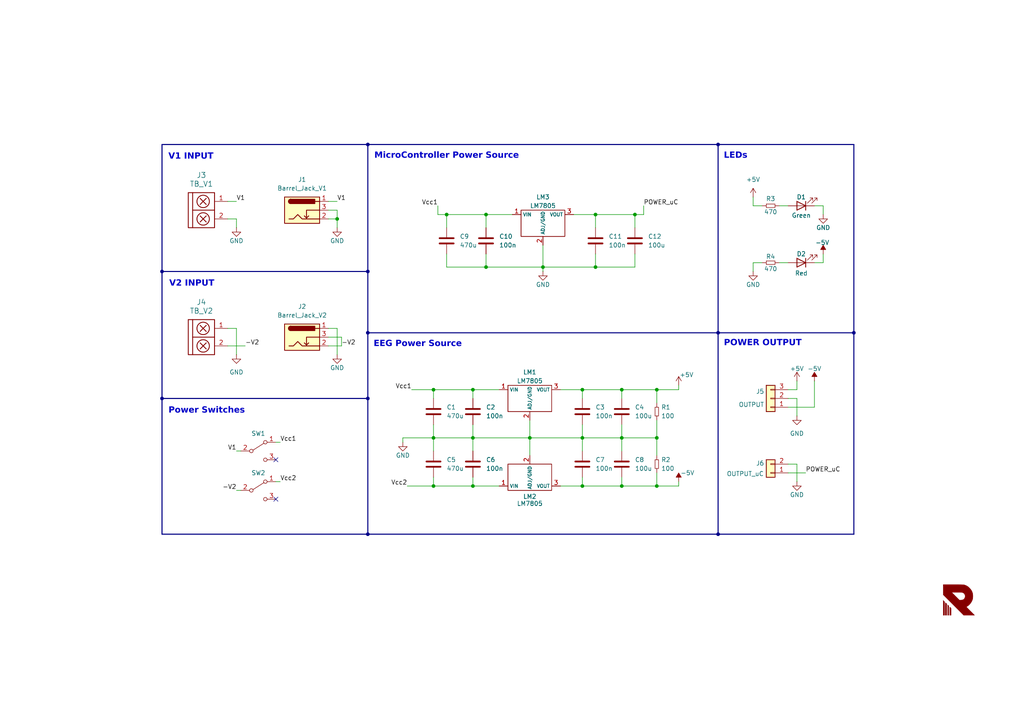
<source format=kicad_sch>
(kicad_sch
	(version 20231120)
	(generator "eeschema")
	(generator_version "8.0")
	(uuid "bb757958-27e9-4f48-b3d5-d3c2c94655d5")
	(paper "A4")
	(title_block
		(title "Fuente Electroencefalograma")
		(date "14-06-2025")
		(rev "v3.0")
		(company "E.E.S.T. N°5 \"2 de Abril\" Temperley")
		(comment 1 "Autor: Iván Romano")
		(comment 2 "Curso: 7mo 6ta")
		(comment 3 "Grupo: 2")
	)
	(lib_symbols
		(symbol "Connector:Barrel_Jack_Switch"
			(pin_names hide)
			(exclude_from_sim no)
			(in_bom yes)
			(on_board yes)
			(property "Reference" "J"
				(at 0 5.334 0)
				(effects
					(font
						(size 1.27 1.27)
					)
				)
			)
			(property "Value" "Barrel_Jack_Switch"
				(at 0 -5.08 0)
				(effects
					(font
						(size 1.27 1.27)
					)
				)
			)
			(property "Footprint" ""
				(at 1.27 -1.016 0)
				(effects
					(font
						(size 1.27 1.27)
					)
					(hide yes)
				)
			)
			(property "Datasheet" "~"
				(at 1.27 -1.016 0)
				(effects
					(font
						(size 1.27 1.27)
					)
					(hide yes)
				)
			)
			(property "Description" "DC Barrel Jack with an internal switch"
				(at 0 0 0)
				(effects
					(font
						(size 1.27 1.27)
					)
					(hide yes)
				)
			)
			(property "ki_keywords" "DC power barrel jack connector"
				(at 0 0 0)
				(effects
					(font
						(size 1.27 1.27)
					)
					(hide yes)
				)
			)
			(property "ki_fp_filters" "BarrelJack*"
				(at 0 0 0)
				(effects
					(font
						(size 1.27 1.27)
					)
					(hide yes)
				)
			)
			(symbol "Barrel_Jack_Switch_0_1"
				(rectangle
					(start -5.08 3.81)
					(end 5.08 -3.81)
					(stroke
						(width 0.254)
						(type default)
					)
					(fill
						(type background)
					)
				)
				(arc
					(start -3.302 3.175)
					(mid -3.9343 2.54)
					(end -3.302 1.905)
					(stroke
						(width 0.254)
						(type default)
					)
					(fill
						(type none)
					)
				)
				(arc
					(start -3.302 3.175)
					(mid -3.9343 2.54)
					(end -3.302 1.905)
					(stroke
						(width 0.254)
						(type default)
					)
					(fill
						(type outline)
					)
				)
				(polyline
					(pts
						(xy 1.27 -2.286) (xy 1.905 -1.651)
					)
					(stroke
						(width 0.254)
						(type default)
					)
					(fill
						(type none)
					)
				)
				(polyline
					(pts
						(xy 5.08 2.54) (xy 3.81 2.54)
					)
					(stroke
						(width 0.254)
						(type default)
					)
					(fill
						(type none)
					)
				)
				(polyline
					(pts
						(xy 5.08 0) (xy 1.27 0) (xy 1.27 -2.286) (xy 0.635 -1.651)
					)
					(stroke
						(width 0.254)
						(type default)
					)
					(fill
						(type none)
					)
				)
				(polyline
					(pts
						(xy -3.81 -2.54) (xy -2.54 -2.54) (xy -1.27 -1.27) (xy 0 -2.54) (xy 2.54 -2.54) (xy 5.08 -2.54)
					)
					(stroke
						(width 0.254)
						(type default)
					)
					(fill
						(type none)
					)
				)
				(rectangle
					(start 3.683 3.175)
					(end -3.302 1.905)
					(stroke
						(width 0.254)
						(type default)
					)
					(fill
						(type outline)
					)
				)
			)
			(symbol "Barrel_Jack_Switch_1_1"
				(pin passive line
					(at 7.62 2.54 180)
					(length 2.54)
					(name "~"
						(effects
							(font
								(size 1.27 1.27)
							)
						)
					)
					(number "1"
						(effects
							(font
								(size 1.27 1.27)
							)
						)
					)
				)
				(pin passive line
					(at 7.62 -2.54 180)
					(length 2.54)
					(name "~"
						(effects
							(font
								(size 1.27 1.27)
							)
						)
					)
					(number "2"
						(effects
							(font
								(size 1.27 1.27)
							)
						)
					)
				)
				(pin passive line
					(at 7.62 0 180)
					(length 2.54)
					(name "~"
						(effects
							(font
								(size 1.27 1.27)
							)
						)
					)
					(number "3"
						(effects
							(font
								(size 1.27 1.27)
							)
						)
					)
				)
			)
		)
		(symbol "Connector_Generic:Conn_01x02"
			(pin_names
				(offset 1.016) hide)
			(exclude_from_sim no)
			(in_bom yes)
			(on_board yes)
			(property "Reference" "J"
				(at 0 2.54 0)
				(effects
					(font
						(size 1.27 1.27)
					)
				)
			)
			(property "Value" "Conn_01x02"
				(at 0 -5.08 0)
				(effects
					(font
						(size 1.27 1.27)
					)
				)
			)
			(property "Footprint" ""
				(at 0 0 0)
				(effects
					(font
						(size 1.27 1.27)
					)
					(hide yes)
				)
			)
			(property "Datasheet" "~"
				(at 0 0 0)
				(effects
					(font
						(size 1.27 1.27)
					)
					(hide yes)
				)
			)
			(property "Description" "Generic connector, single row, 01x02, script generated (kicad-library-utils/schlib/autogen/connector/)"
				(at 0 0 0)
				(effects
					(font
						(size 1.27 1.27)
					)
					(hide yes)
				)
			)
			(property "ki_keywords" "connector"
				(at 0 0 0)
				(effects
					(font
						(size 1.27 1.27)
					)
					(hide yes)
				)
			)
			(property "ki_fp_filters" "Connector*:*_1x??_*"
				(at 0 0 0)
				(effects
					(font
						(size 1.27 1.27)
					)
					(hide yes)
				)
			)
			(symbol "Conn_01x02_1_1"
				(rectangle
					(start -1.27 -2.413)
					(end 0 -2.667)
					(stroke
						(width 0.1524)
						(type default)
					)
					(fill
						(type none)
					)
				)
				(rectangle
					(start -1.27 0.127)
					(end 0 -0.127)
					(stroke
						(width 0.1524)
						(type default)
					)
					(fill
						(type none)
					)
				)
				(rectangle
					(start -1.27 1.27)
					(end 1.27 -3.81)
					(stroke
						(width 0.254)
						(type default)
					)
					(fill
						(type background)
					)
				)
				(pin passive line
					(at -5.08 0 0)
					(length 3.81)
					(name "Pin_1"
						(effects
							(font
								(size 1.27 1.27)
							)
						)
					)
					(number "1"
						(effects
							(font
								(size 1.27 1.27)
							)
						)
					)
				)
				(pin passive line
					(at -5.08 -2.54 0)
					(length 3.81)
					(name "Pin_2"
						(effects
							(font
								(size 1.27 1.27)
							)
						)
					)
					(number "2"
						(effects
							(font
								(size 1.27 1.27)
							)
						)
					)
				)
			)
		)
		(symbol "Connector_Generic:Conn_01x03"
			(pin_names
				(offset 1.016) hide)
			(exclude_from_sim no)
			(in_bom yes)
			(on_board yes)
			(property "Reference" "J"
				(at 0 5.08 0)
				(effects
					(font
						(size 1.27 1.27)
					)
				)
			)
			(property "Value" "Conn_01x03"
				(at 0 -5.08 0)
				(effects
					(font
						(size 1.27 1.27)
					)
				)
			)
			(property "Footprint" ""
				(at 0 0 0)
				(effects
					(font
						(size 1.27 1.27)
					)
					(hide yes)
				)
			)
			(property "Datasheet" "~"
				(at 0 0 0)
				(effects
					(font
						(size 1.27 1.27)
					)
					(hide yes)
				)
			)
			(property "Description" "Generic connector, single row, 01x03, script generated (kicad-library-utils/schlib/autogen/connector/)"
				(at 0 0 0)
				(effects
					(font
						(size 1.27 1.27)
					)
					(hide yes)
				)
			)
			(property "ki_keywords" "connector"
				(at 0 0 0)
				(effects
					(font
						(size 1.27 1.27)
					)
					(hide yes)
				)
			)
			(property "ki_fp_filters" "Connector*:*_1x??_*"
				(at 0 0 0)
				(effects
					(font
						(size 1.27 1.27)
					)
					(hide yes)
				)
			)
			(symbol "Conn_01x03_1_1"
				(rectangle
					(start -1.27 -2.413)
					(end 0 -2.667)
					(stroke
						(width 0.1524)
						(type default)
					)
					(fill
						(type none)
					)
				)
				(rectangle
					(start -1.27 0.127)
					(end 0 -0.127)
					(stroke
						(width 0.1524)
						(type default)
					)
					(fill
						(type none)
					)
				)
				(rectangle
					(start -1.27 2.667)
					(end 0 2.413)
					(stroke
						(width 0.1524)
						(type default)
					)
					(fill
						(type none)
					)
				)
				(rectangle
					(start -1.27 3.81)
					(end 1.27 -3.81)
					(stroke
						(width 0.254)
						(type default)
					)
					(fill
						(type background)
					)
				)
				(pin passive line
					(at -5.08 2.54 0)
					(length 3.81)
					(name "Pin_1"
						(effects
							(font
								(size 1.27 1.27)
							)
						)
					)
					(number "1"
						(effects
							(font
								(size 1.27 1.27)
							)
						)
					)
				)
				(pin passive line
					(at -5.08 0 0)
					(length 3.81)
					(name "Pin_2"
						(effects
							(font
								(size 1.27 1.27)
							)
						)
					)
					(number "2"
						(effects
							(font
								(size 1.27 1.27)
							)
						)
					)
				)
				(pin passive line
					(at -5.08 -2.54 0)
					(length 3.81)
					(name "Pin_3"
						(effects
							(font
								(size 1.27 1.27)
							)
						)
					)
					(number "3"
						(effects
							(font
								(size 1.27 1.27)
							)
						)
					)
				)
			)
		)
		(symbol "Device:C"
			(pin_numbers hide)
			(pin_names
				(offset 0.254)
			)
			(exclude_from_sim no)
			(in_bom yes)
			(on_board yes)
			(property "Reference" "C"
				(at 0.635 2.54 0)
				(effects
					(font
						(size 1.27 1.27)
					)
					(justify left)
				)
			)
			(property "Value" "C"
				(at 0.635 -2.54 0)
				(effects
					(font
						(size 1.27 1.27)
					)
					(justify left)
				)
			)
			(property "Footprint" ""
				(at 0.9652 -3.81 0)
				(effects
					(font
						(size 1.27 1.27)
					)
					(hide yes)
				)
			)
			(property "Datasheet" "~"
				(at 0 0 0)
				(effects
					(font
						(size 1.27 1.27)
					)
					(hide yes)
				)
			)
			(property "Description" "Unpolarized capacitor"
				(at 0 0 0)
				(effects
					(font
						(size 1.27 1.27)
					)
					(hide yes)
				)
			)
			(property "ki_keywords" "cap capacitor"
				(at 0 0 0)
				(effects
					(font
						(size 1.27 1.27)
					)
					(hide yes)
				)
			)
			(property "ki_fp_filters" "C_*"
				(at 0 0 0)
				(effects
					(font
						(size 1.27 1.27)
					)
					(hide yes)
				)
			)
			(symbol "C_0_1"
				(polyline
					(pts
						(xy -2.032 -0.762) (xy 2.032 -0.762)
					)
					(stroke
						(width 0.508)
						(type default)
					)
					(fill
						(type none)
					)
				)
				(polyline
					(pts
						(xy -2.032 0.762) (xy 2.032 0.762)
					)
					(stroke
						(width 0.508)
						(type default)
					)
					(fill
						(type none)
					)
				)
			)
			(symbol "C_1_1"
				(pin passive line
					(at 0 3.81 270)
					(length 2.794)
					(name "~"
						(effects
							(font
								(size 1.27 1.27)
							)
						)
					)
					(number "1"
						(effects
							(font
								(size 1.27 1.27)
							)
						)
					)
				)
				(pin passive line
					(at 0 -3.81 90)
					(length 2.794)
					(name "~"
						(effects
							(font
								(size 1.27 1.27)
							)
						)
					)
					(number "2"
						(effects
							(font
								(size 1.27 1.27)
							)
						)
					)
				)
			)
		)
		(symbol "Device:LED"
			(pin_numbers hide)
			(pin_names
				(offset 1.016) hide)
			(exclude_from_sim no)
			(in_bom yes)
			(on_board yes)
			(property "Reference" "D"
				(at 0 2.54 0)
				(effects
					(font
						(size 1.27 1.27)
					)
				)
			)
			(property "Value" "LED"
				(at 0 -2.54 0)
				(effects
					(font
						(size 1.27 1.27)
					)
				)
			)
			(property "Footprint" ""
				(at 0 0 0)
				(effects
					(font
						(size 1.27 1.27)
					)
					(hide yes)
				)
			)
			(property "Datasheet" "~"
				(at 0 0 0)
				(effects
					(font
						(size 1.27 1.27)
					)
					(hide yes)
				)
			)
			(property "Description" "Light emitting diode"
				(at 0 0 0)
				(effects
					(font
						(size 1.27 1.27)
					)
					(hide yes)
				)
			)
			(property "ki_keywords" "LED diode"
				(at 0 0 0)
				(effects
					(font
						(size 1.27 1.27)
					)
					(hide yes)
				)
			)
			(property "ki_fp_filters" "LED* LED_SMD:* LED_THT:*"
				(at 0 0 0)
				(effects
					(font
						(size 1.27 1.27)
					)
					(hide yes)
				)
			)
			(symbol "LED_0_1"
				(polyline
					(pts
						(xy -1.27 -1.27) (xy -1.27 1.27)
					)
					(stroke
						(width 0.254)
						(type default)
					)
					(fill
						(type none)
					)
				)
				(polyline
					(pts
						(xy -1.27 0) (xy 1.27 0)
					)
					(stroke
						(width 0)
						(type default)
					)
					(fill
						(type none)
					)
				)
				(polyline
					(pts
						(xy 1.27 -1.27) (xy 1.27 1.27) (xy -1.27 0) (xy 1.27 -1.27)
					)
					(stroke
						(width 0.254)
						(type default)
					)
					(fill
						(type none)
					)
				)
				(polyline
					(pts
						(xy -3.048 -0.762) (xy -4.572 -2.286) (xy -3.81 -2.286) (xy -4.572 -2.286) (xy -4.572 -1.524)
					)
					(stroke
						(width 0)
						(type default)
					)
					(fill
						(type none)
					)
				)
				(polyline
					(pts
						(xy -1.778 -0.762) (xy -3.302 -2.286) (xy -2.54 -2.286) (xy -3.302 -2.286) (xy -3.302 -1.524)
					)
					(stroke
						(width 0)
						(type default)
					)
					(fill
						(type none)
					)
				)
			)
			(symbol "LED_1_1"
				(pin passive line
					(at -3.81 0 0)
					(length 2.54)
					(name "K"
						(effects
							(font
								(size 1.27 1.27)
							)
						)
					)
					(number "1"
						(effects
							(font
								(size 1.27 1.27)
							)
						)
					)
				)
				(pin passive line
					(at 3.81 0 180)
					(length 2.54)
					(name "A"
						(effects
							(font
								(size 1.27 1.27)
							)
						)
					)
					(number "2"
						(effects
							(font
								(size 1.27 1.27)
							)
						)
					)
				)
			)
		)
		(symbol "EESTN5:R"
			(pin_numbers hide)
			(pin_names
				(offset 0)
			)
			(exclude_from_sim no)
			(in_bom yes)
			(on_board yes)
			(property "Reference" "R"
				(at -1.27 0 90)
				(effects
					(font
						(size 1.27 1.27)
					)
				)
			)
			(property "Value" "R"
				(at 1.27 0 90)
				(effects
					(font
						(size 1.27 1.27)
					)
				)
			)
			(property "Footprint" ""
				(at 0 0 0)
				(effects
					(font
						(size 1.524 1.524)
					)
				)
			)
			(property "Datasheet" ""
				(at 0 0 0)
				(effects
					(font
						(size 1.524 1.524)
					)
				)
			)
			(property "Description" "Resistor"
				(at 0 0 0)
				(effects
					(font
						(size 1.27 1.27)
					)
					(hide yes)
				)
			)
			(property "ki_fp_filters" "RES* R_*"
				(at 0 0 0)
				(effects
					(font
						(size 1.27 1.27)
					)
					(hide yes)
				)
			)
			(symbol "R_0_1"
				(rectangle
					(start 0.508 1.27)
					(end -0.508 -1.27)
					(stroke
						(width 0)
						(type solid)
					)
					(fill
						(type none)
					)
				)
			)
			(symbol "R_1_1"
				(pin passive line
					(at 0 2.54 270)
					(length 1.27)
					(name "~"
						(effects
							(font
								(size 1.524 1.524)
							)
						)
					)
					(number "1"
						(effects
							(font
								(size 1.524 1.524)
							)
						)
					)
				)
				(pin passive line
					(at 0 -2.54 90)
					(length 1.27)
					(name "~"
						(effects
							(font
								(size 1.524 1.524)
							)
						)
					)
					(number "2"
						(effects
							(font
								(size 1.524 1.524)
							)
						)
					)
				)
			)
		)
		(symbol "EESTN5:SW_SPDT"
			(pin_names
				(offset 0) hide)
			(exclude_from_sim no)
			(in_bom yes)
			(on_board yes)
			(property "Reference" "SW"
				(at 0 4.318 0)
				(effects
					(font
						(size 1.27 1.27)
					)
				)
			)
			(property "Value" "SW_SPDT"
				(at 0 -5.08 0)
				(effects
					(font
						(size 1.27 1.27)
					)
					(hide yes)
				)
			)
			(property "Footprint" ""
				(at 0 0 0)
				(effects
					(font
						(size 1.27 1.27)
					)
				)
			)
			(property "Datasheet" ""
				(at 0 0 0)
				(effects
					(font
						(size 1.27 1.27)
					)
				)
			)
			(property "Description" "Switch, single pole double throw"
				(at 0 0 0)
				(effects
					(font
						(size 1.27 1.27)
					)
					(hide yes)
				)
			)
			(property "ki_keywords" "switch single-pole double-throw spdt ON-ON"
				(at 0 0 0)
				(effects
					(font
						(size 1.27 1.27)
					)
					(hide yes)
				)
			)
			(property "ki_fp_filters" "SW* LLAVE*"
				(at 0 0 0)
				(effects
					(font
						(size 1.27 1.27)
					)
					(hide yes)
				)
			)
			(symbol "SW_SPDT_0_0"
				(circle
					(center -2.032 0)
					(radius 0.508)
					(stroke
						(width 0)
						(type solid)
					)
					(fill
						(type none)
					)
				)
				(circle
					(center 2.032 -2.54)
					(radius 0.508)
					(stroke
						(width 0)
						(type solid)
					)
					(fill
						(type none)
					)
				)
			)
			(symbol "SW_SPDT_0_1"
				(polyline
					(pts
						(xy -1.524 0.254) (xy 1.651 2.286)
					)
					(stroke
						(width 0)
						(type solid)
					)
					(fill
						(type none)
					)
				)
				(circle
					(center 2.032 2.54)
					(radius 0.508)
					(stroke
						(width 0)
						(type solid)
					)
					(fill
						(type none)
					)
				)
			)
			(symbol "SW_SPDT_1_1"
				(pin passive line
					(at 5.08 2.54 180)
					(length 2.54)
					(name "A"
						(effects
							(font
								(size 1.27 1.27)
							)
						)
					)
					(number "1"
						(effects
							(font
								(size 1.27 1.27)
							)
						)
					)
				)
				(pin passive line
					(at -5.08 0 0)
					(length 2.54)
					(name "B"
						(effects
							(font
								(size 1.27 1.27)
							)
						)
					)
					(number "2"
						(effects
							(font
								(size 1.27 1.27)
							)
						)
					)
				)
				(pin passive line
					(at 5.08 -2.54 180)
					(length 2.54)
					(name "C"
						(effects
							(font
								(size 1.27 1.27)
							)
						)
					)
					(number "3"
						(effects
							(font
								(size 1.27 1.27)
							)
						)
					)
				)
			)
		)
		(symbol "EESTN5:TB_1X2"
			(pin_names
				(offset 1.016)
			)
			(exclude_from_sim no)
			(in_bom yes)
			(on_board yes)
			(property "Reference" "J"
				(at 0 7.62 0)
				(effects
					(font
						(size 1.524 1.524)
					)
				)
			)
			(property "Value" "TB_1X2"
				(at 1.27 -7.62 0)
				(effects
					(font
						(size 1.524 1.524)
					)
				)
			)
			(property "Footprint" ""
				(at -1.27 1.27 0)
				(effects
					(font
						(size 1.524 1.524)
					)
				)
			)
			(property "Datasheet" ""
				(at -1.27 1.27 0)
				(effects
					(font
						(size 1.524 1.524)
					)
				)
			)
			(property "Description" ""
				(at 0 0 0)
				(effects
					(font
						(size 1.27 1.27)
					)
					(hide yes)
				)
			)
			(property "ki_fp_filters" "BORNERA* TB*"
				(at 0 0 0)
				(effects
					(font
						(size 1.27 1.27)
					)
					(hide yes)
				)
			)
			(symbol "TB_1X2_0_1"
				(rectangle
					(start -2.54 5.08)
					(end 5.08 -5.08)
					(stroke
						(width 0.254)
						(type solid)
					)
					(fill
						(type none)
					)
				)
				(polyline
					(pts
						(xy -1.27 0) (xy 5.08 0)
					)
					(stroke
						(width 0.254)
						(type solid)
					)
					(fill
						(type none)
					)
				)
				(polyline
					(pts
						(xy -1.27 5.08) (xy -1.27 -5.08)
					)
					(stroke
						(width 0.254)
						(type solid)
					)
					(fill
						(type none)
					)
				)
				(polyline
					(pts
						(xy 0.889 -3.429) (xy 2.667 -1.651)
					)
					(stroke
						(width 0.254)
						(type solid)
					)
					(fill
						(type none)
					)
				)
				(polyline
					(pts
						(xy 0.889 -1.651) (xy 2.667 -3.429)
					)
					(stroke
						(width 0.254)
						(type solid)
					)
					(fill
						(type none)
					)
				)
				(polyline
					(pts
						(xy 0.889 1.651) (xy 2.667 3.429)
					)
					(stroke
						(width 0.254)
						(type solid)
					)
					(fill
						(type none)
					)
				)
				(polyline
					(pts
						(xy 0.889 3.429) (xy 2.667 1.651)
					)
					(stroke
						(width 0.254)
						(type solid)
					)
					(fill
						(type none)
					)
				)
				(circle
					(center 1.778 -2.54)
					(radius 1.8034)
					(stroke
						(width 0.254)
						(type solid)
					)
					(fill
						(type none)
					)
				)
				(circle
					(center 1.778 2.54)
					(radius 1.8034)
					(stroke
						(width 0.254)
						(type solid)
					)
					(fill
						(type none)
					)
				)
			)
			(symbol "TB_1X2_1_1"
				(pin input line
					(at 8.89 2.54 180)
					(length 3.81)
					(name "~"
						(effects
							(font
								(size 1.27 1.27)
							)
						)
					)
					(number "1"
						(effects
							(font
								(size 1.27 1.27)
							)
						)
					)
				)
				(pin input line
					(at 8.89 -2.54 180)
					(length 3.81)
					(name "~"
						(effects
							(font
								(size 1.27 1.27)
							)
						)
					)
					(number "2"
						(effects
							(font
								(size 1.27 1.27)
							)
						)
					)
				)
			)
		)
		(symbol "Logo_Romano:LM7805"
			(exclude_from_sim no)
			(in_bom yes)
			(on_board yes)
			(property "Reference" "LM7805"
				(at -0.254 5.842 0)
				(effects
					(font
						(size 1.27 1.27)
					)
				)
			)
			(property "Value" ""
				(at 0 1.27 0)
				(effects
					(font
						(size 1.27 1.27)
					)
				)
			)
			(property "Footprint" ""
				(at 0 1.27 0)
				(effects
					(font
						(size 1.27 1.27)
					)
					(hide yes)
				)
			)
			(property "Datasheet" ""
				(at 0 1.27 0)
				(effects
					(font
						(size 1.27 1.27)
					)
					(hide yes)
				)
			)
			(property "Description" ""
				(at 0 1.27 0)
				(effects
					(font
						(size 1.27 1.27)
					)
					(hide yes)
				)
			)
			(symbol "LM7805_1_1"
				(rectangle
					(start -6.35 3.81)
					(end 6.35 -3.81)
					(stroke
						(width 0)
						(type solid)
					)
					(fill
						(type none)
					)
				)
				(rectangle
					(start -6.35 3.81)
					(end 6.35 -3.81)
					(stroke
						(width 0)
						(type solid)
					)
					(fill
						(type none)
					)
				)
				(pin input line
					(at -8.89 2.54 0)
					(length 2.54)
					(name "VIN"
						(effects
							(font
								(size 0.9906 0.9906)
							)
						)
					)
					(number "1"
						(effects
							(font
								(size 1.27 1.27)
							)
						)
					)
				)
				(pin input line
					(at 0 -6.35 90)
					(length 2.54)
					(name "ADJ/GND"
						(effects
							(font
								(size 0.9906 0.9906)
							)
						)
					)
					(number "2"
						(effects
							(font
								(size 1.27 1.27)
							)
						)
					)
				)
				(pin input line
					(at 8.89 2.54 180)
					(length 2.54)
					(name "VOUT"
						(effects
							(font
								(size 0.9906 0.9906)
							)
						)
					)
					(number "3"
						(effects
							(font
								(size 1.27 1.27)
							)
						)
					)
				)
			)
		)
		(symbol "Logo_Romano:LM7805_Inverse"
			(exclude_from_sim no)
			(in_bom yes)
			(on_board yes)
			(property "Reference" "LM7805_Inverse"
				(at 0.254 7.366 0)
				(effects
					(font
						(size 1.27 1.27)
					)
				)
			)
			(property "Value" ""
				(at 0 0 0)
				(effects
					(font
						(size 1.27 1.27)
					)
				)
			)
			(property "Footprint" ""
				(at 0 0 0)
				(effects
					(font
						(size 1.27 1.27)
					)
					(hide yes)
				)
			)
			(property "Datasheet" ""
				(at 0 0 0)
				(effects
					(font
						(size 1.27 1.27)
					)
					(hide yes)
				)
			)
			(property "Description" ""
				(at 0 0 0)
				(effects
					(font
						(size 1.27 1.27)
					)
					(hide yes)
				)
			)
			(symbol "LM7805_Inverse_1_1"
				(rectangle
					(start -6.35 3.81)
					(end 6.35 -3.81)
					(stroke
						(width 0)
						(type solid)
					)
					(fill
						(type none)
					)
				)
				(rectangle
					(start -6.35 3.81)
					(end 6.35 -3.81)
					(stroke
						(width 0)
						(type solid)
					)
					(fill
						(type none)
					)
				)
				(pin input line
					(at 8.89 2.54 180)
					(length 2.54)
					(name "VIN"
						(effects
							(font
								(size 0.9906 0.9906)
							)
						)
					)
					(number "1"
						(effects
							(font
								(size 1.27 1.27)
							)
						)
					)
				)
				(pin input line
					(at 0 -6.35 90)
					(length 2.54)
					(name "ADJ/GND"
						(effects
							(font
								(size 0.9906 0.9906)
							)
						)
					)
					(number "2"
						(effects
							(font
								(size 1.27 1.27)
							)
						)
					)
				)
				(pin input line
					(at -8.89 2.54 0)
					(length 2.54)
					(name "VOUT"
						(effects
							(font
								(size 0.9906 0.9906)
							)
						)
					)
					(number "3"
						(effects
							(font
								(size 1.27 1.27)
							)
						)
					)
				)
			)
		)
		(symbol "Logo_Romano:LOGO"
			(pin_names
				(offset 1.016)
			)
			(exclude_from_sim no)
			(in_bom yes)
			(on_board yes)
			(property "Reference" "#G"
				(at 0 9.3694 0)
				(effects
					(font
						(size 1.27 1.27)
					)
					(hide yes)
				)
			)
			(property "Value" "LOGO"
				(at 0 -9.3694 0)
				(effects
					(font
						(size 1.27 1.27)
					)
					(hide yes)
				)
			)
			(property "Footprint" ""
				(at 0 0 0)
				(effects
					(font
						(size 1.27 1.27)
					)
					(hide yes)
				)
			)
			(property "Datasheet" ""
				(at 0 0 0)
				(effects
					(font
						(size 1.27 1.27)
					)
					(hide yes)
				)
			)
			(property "Description" ""
				(at 0 0 0)
				(effects
					(font
						(size 1.27 1.27)
					)
					(hide yes)
				)
			)
			(symbol "LOGO_0_0"
				(polyline
					(pts
						(xy -4.1685 -2.5003) (xy -4.1685 -0.5542) (xy -4.3615 -0.3466) (xy -4.5545 -0.139) (xy -4.556 -2.2927)
						(xy -4.5575 -4.4464) (xy -4.363 -4.4464) (xy -4.1685 -4.4464) (xy -4.1685 -2.5003)
					)
					(stroke
						(width 0.01)
						(type default)
					)
					(fill
						(type outline)
					)
				)
				(polyline
					(pts
						(xy -2.9457 -3.0951) (xy -2.9457 -1.7438) (xy -3.1125 -1.5841) (xy -3.2792 -1.4243) (xy -3.2792 -2.9354)
						(xy -3.2792 -4.4464) (xy -3.1125 -4.4464) (xy -2.9457 -4.4464) (xy -2.9457 -3.0951)
					)
					(stroke
						(width 0.01)
						(type default)
					)
					(fill
						(type outline)
					)
				)
				(polyline
					(pts
						(xy -2.2788 -3.4351) (xy -2.2788 -2.4238) (xy -2.4281 -2.2679) (xy -2.4559 -2.2397) (xy -2.5585 -2.1487)
						(xy -2.6226 -2.1121) (xy -2.6271 -2.1178) (xy -2.6401 -2.2033) (xy -2.6513 -2.3784) (xy -2.6601 -2.6269)
						(xy -2.6658 -2.9326) (xy -2.6678 -3.2792) (xy -2.6678 -4.4464) (xy -2.4733 -4.4464) (xy -2.2788 -4.4464)
						(xy -2.2788 -3.4351)
					)
					(stroke
						(width 0.01)
						(type default)
					)
					(fill
						(type outline)
					)
				)
				(polyline
					(pts
						(xy -3.5571 -2.7894) (xy -3.5571 -1.1324) (xy -3.713 -0.9831) (xy -3.7423 -0.9556) (xy -3.8462 -0.8688)
						(xy -3.9075 -0.8337) (xy -3.9134 -0.8548) (xy -3.9222 -0.971) (xy -3.9301 -1.1771) (xy -3.9367 -1.4601)
						(xy -3.9418 -1.807) (xy -3.945 -2.2046) (xy -3.9462 -2.6401) (xy -3.9462 -4.4464) (xy -3.7516 -4.4464)
						(xy -3.5571 -4.4464) (xy -3.5571 -2.7894)
					)
					(stroke
						(width 0.01)
						(type default)
					)
					(fill
						(type outline)
					)
				)
				(polyline
					(pts
						(xy 3.3482 -3.2649) (xy 3.2393 -3.1557) (xy 2.952 -2.8664) (xy 2.6953 -2.6059) (xy 2.4789 -2.384)
						(xy 2.3124 -2.2108) (xy 2.2054 -2.0962) (xy 2.1676 -2.05) (xy 2.1677 -2.0493) (xy 2.2143 -2.0041)
						(xy 2.3311 -1.9203) (xy 2.4936 -1.8155) (xy 2.8231 -1.5742) (xy 3.2013 -1.1988) (xy 3.5323 -0.7604)
						(xy 3.7969 -0.2856) (xy 3.9758 0.1996) (xy 4.027 0.4687) (xy 4.0577 0.8372) (xy 4.0593 1.2303)
						(xy 4.0317 1.6044) (xy 3.975 1.9156) (xy 3.8444 2.3152) (xy 3.6547 2.7049) (xy 3.3987 3.0721)
						(xy 3.0577 3.4483) (xy 2.9277 3.576) (xy 2.6714 3.8053) (xy 2.4407 3.9739) (xy 2.2087 4.1022)
						(xy 2.2002 4.1062) (xy 2.0464 4.1787) (xy 1.9068 4.2401) (xy 1.771 4.2913) (xy 1.6284 4.3333)
						(xy 1.4687 4.3669) (xy 1.2815 4.3931) (xy 1.0562 4.4128) (xy 0.7825 4.4269) (xy 0.4498 4.4364)
						(xy 0.0478 4.4421) (xy -0.4341 4.4451) (xy -1.0062 4.4462) (xy -1.6791 4.4464) (xy -4.5575 4.4464)
						(xy -4.5573 2.9596) (xy -4.5572 2.1676) (xy -2.0832 2.1676) (xy -0.5501 2.1676) (xy -0.1507 2.1674)
						(xy 0.2179 2.1661) (xy 0.5019 2.1626) (xy 0.7156 2.1559) (xy 0.8733 2.145) (xy 0.9891 2.1288)
						(xy 1.0773 2.1063) (xy 1.1522 2.0764) (xy 1.2279 2.0382) (xy 1.2801 2.0088) (xy 1.5288 1.8016)
						(xy 1.6978 1.5397) (xy 1.7863 1.2437) (xy 1.7931 0.9339) (xy 1.7175 0.6307) (xy 1.5585 0.3545)
						(xy 1.3151 0.1258) (xy 1.2908 0.1092) (xy 1.1667 0.0369) (xy 1.0362 -0.0072) (xy 0.8643 -0.0317)
						(xy 0.6163 -0.0452) (xy 0.139 -0.0626) (xy -0.9721 1.0525) (xy -2.0832 2.1676) (xy -4.5572 2.1676)
						(xy -4.5571 1.4728) (xy -1.5995 -1.4868) (xy 1.358 -4.4464) (xy 2.9434 -4.4464) (xy 4.5288 -4.4464)
						(xy 3.3482 -3.2649)
					)
					(stroke
						(width 0.01)
						(type default)
					)
					(fill
						(type outline)
					)
				)
			)
		)
		(symbol "power:+5V"
			(power)
			(pin_numbers hide)
			(pin_names
				(offset 0) hide)
			(exclude_from_sim no)
			(in_bom yes)
			(on_board yes)
			(property "Reference" "#PWR"
				(at 0 -3.81 0)
				(effects
					(font
						(size 1.27 1.27)
					)
					(hide yes)
				)
			)
			(property "Value" "+5V"
				(at 0 3.556 0)
				(effects
					(font
						(size 1.27 1.27)
					)
				)
			)
			(property "Footprint" ""
				(at 0 0 0)
				(effects
					(font
						(size 1.27 1.27)
					)
					(hide yes)
				)
			)
			(property "Datasheet" ""
				(at 0 0 0)
				(effects
					(font
						(size 1.27 1.27)
					)
					(hide yes)
				)
			)
			(property "Description" "Power symbol creates a global label with name \"+5V\""
				(at 0 0 0)
				(effects
					(font
						(size 1.27 1.27)
					)
					(hide yes)
				)
			)
			(property "ki_keywords" "global power"
				(at 0 0 0)
				(effects
					(font
						(size 1.27 1.27)
					)
					(hide yes)
				)
			)
			(symbol "+5V_0_1"
				(polyline
					(pts
						(xy -0.762 1.27) (xy 0 2.54)
					)
					(stroke
						(width 0)
						(type default)
					)
					(fill
						(type none)
					)
				)
				(polyline
					(pts
						(xy 0 0) (xy 0 2.54)
					)
					(stroke
						(width 0)
						(type default)
					)
					(fill
						(type none)
					)
				)
				(polyline
					(pts
						(xy 0 2.54) (xy 0.762 1.27)
					)
					(stroke
						(width 0)
						(type default)
					)
					(fill
						(type none)
					)
				)
			)
			(symbol "+5V_1_1"
				(pin power_in line
					(at 0 0 90)
					(length 0)
					(name "~"
						(effects
							(font
								(size 1.27 1.27)
							)
						)
					)
					(number "1"
						(effects
							(font
								(size 1.27 1.27)
							)
						)
					)
				)
			)
		)
		(symbol "power:-5V"
			(power)
			(pin_numbers hide)
			(pin_names
				(offset 0) hide)
			(exclude_from_sim no)
			(in_bom yes)
			(on_board yes)
			(property "Reference" "#PWR"
				(at 0 -3.81 0)
				(effects
					(font
						(size 1.27 1.27)
					)
					(hide yes)
				)
			)
			(property "Value" "-5V"
				(at 0 3.556 0)
				(effects
					(font
						(size 1.27 1.27)
					)
				)
			)
			(property "Footprint" ""
				(at 0 0 0)
				(effects
					(font
						(size 1.27 1.27)
					)
					(hide yes)
				)
			)
			(property "Datasheet" ""
				(at 0 0 0)
				(effects
					(font
						(size 1.27 1.27)
					)
					(hide yes)
				)
			)
			(property "Description" "Power symbol creates a global label with name \"-5V\""
				(at 0 0 0)
				(effects
					(font
						(size 1.27 1.27)
					)
					(hide yes)
				)
			)
			(property "ki_keywords" "global power"
				(at 0 0 0)
				(effects
					(font
						(size 1.27 1.27)
					)
					(hide yes)
				)
			)
			(symbol "-5V_0_0"
				(pin power_in line
					(at 0 0 90)
					(length 0)
					(name "~"
						(effects
							(font
								(size 1.27 1.27)
							)
						)
					)
					(number "1"
						(effects
							(font
								(size 1.27 1.27)
							)
						)
					)
				)
			)
			(symbol "-5V_0_1"
				(polyline
					(pts
						(xy 0 0) (xy 0 1.27) (xy 0.762 1.27) (xy 0 2.54) (xy -0.762 1.27) (xy 0 1.27)
					)
					(stroke
						(width 0)
						(type default)
					)
					(fill
						(type outline)
					)
				)
			)
		)
		(symbol "power:GND"
			(power)
			(pin_numbers hide)
			(pin_names
				(offset 0) hide)
			(exclude_from_sim no)
			(in_bom yes)
			(on_board yes)
			(property "Reference" "#PWR"
				(at 0 -6.35 0)
				(effects
					(font
						(size 1.27 1.27)
					)
					(hide yes)
				)
			)
			(property "Value" "GND"
				(at 0 -3.81 0)
				(effects
					(font
						(size 1.27 1.27)
					)
				)
			)
			(property "Footprint" ""
				(at 0 0 0)
				(effects
					(font
						(size 1.27 1.27)
					)
					(hide yes)
				)
			)
			(property "Datasheet" ""
				(at 0 0 0)
				(effects
					(font
						(size 1.27 1.27)
					)
					(hide yes)
				)
			)
			(property "Description" "Power symbol creates a global label with name \"GND\" , ground"
				(at 0 0 0)
				(effects
					(font
						(size 1.27 1.27)
					)
					(hide yes)
				)
			)
			(property "ki_keywords" "global power"
				(at 0 0 0)
				(effects
					(font
						(size 1.27 1.27)
					)
					(hide yes)
				)
			)
			(symbol "GND_0_1"
				(polyline
					(pts
						(xy 0 0) (xy 0 -1.27) (xy 1.27 -1.27) (xy 0 -2.54) (xy -1.27 -1.27) (xy 0 -1.27)
					)
					(stroke
						(width 0)
						(type default)
					)
					(fill
						(type none)
					)
				)
			)
			(symbol "GND_1_1"
				(pin power_in line
					(at 0 0 270)
					(length 0)
					(name "~"
						(effects
							(font
								(size 1.27 1.27)
							)
						)
					)
					(number "1"
						(effects
							(font
								(size 1.27 1.27)
							)
						)
					)
				)
			)
		)
	)
	(junction
		(at 106.68 96.52)
		(diameter 0)
		(color 0 0 0 0)
		(uuid "02b4fca0-dedd-471e-940f-5c81c8302f00")
	)
	(junction
		(at 180.34 140.97)
		(diameter 0)
		(color 0 0 0 0)
		(uuid "065bb1ca-824b-4194-af4e-e93fca645acf")
	)
	(junction
		(at 137.16 127)
		(diameter 0)
		(color 0 0 0 0)
		(uuid "07c25fc6-9ea0-40b9-aee3-f85c815b0b84")
	)
	(junction
		(at 125.73 127)
		(diameter 0)
		(color 0 0 0 0)
		(uuid "0aa75931-1827-410d-ab96-a4d0d13a754a")
	)
	(junction
		(at 180.34 113.03)
		(diameter 0)
		(color 0 0 0 0)
		(uuid "1569c012-a947-456f-88ea-9f720dc8ede3")
	)
	(junction
		(at 129.54 62.23)
		(diameter 0)
		(color 0 0 0 0)
		(uuid "1c63d561-c048-4902-8790-486e1a0c5a40")
	)
	(junction
		(at 208.28 154.94)
		(diameter 0)
		(color 0 0 0 0)
		(uuid "2cad62b3-6709-4d56-9bbe-5c2470098ea9")
	)
	(junction
		(at 106.68 154.94)
		(diameter 0)
		(color 0 0 0 0)
		(uuid "318537e2-ccee-4a88-860e-57c70c8c4415")
	)
	(junction
		(at 172.72 62.23)
		(diameter 0)
		(color 0 0 0 0)
		(uuid "636904e3-2c98-4d3b-9b65-cd66b546f584")
	)
	(junction
		(at 157.48 77.47)
		(diameter 0)
		(color 0 0 0 0)
		(uuid "63f018a3-78f8-4ce6-8004-c257e665a159")
	)
	(junction
		(at 208.28 96.52)
		(diameter 0)
		(color 0 0 0 0)
		(uuid "72b08a47-c8a9-413f-a246-b8b903da684d")
	)
	(junction
		(at 106.68 115.57)
		(diameter 0)
		(color 0 0 0 0)
		(uuid "7b7189fc-5aad-4720-9829-47517a307172")
	)
	(junction
		(at 168.91 127)
		(diameter 0)
		(color 0 0 0 0)
		(uuid "831e9cbf-9f7c-4a55-80d3-fd5c5a947da6")
	)
	(junction
		(at 106.68 78.74)
		(diameter 0)
		(color 0 0 0 0)
		(uuid "854f22f3-6bf3-4373-a17d-8f4b4cd9e36e")
	)
	(junction
		(at 190.5 113.03)
		(diameter 0)
		(color 0 0 0 0)
		(uuid "8d2a9552-d6fa-458c-9bee-3e0842e3cf0a")
	)
	(junction
		(at 140.97 77.47)
		(diameter 0)
		(color 0 0 0 0)
		(uuid "92648d50-086d-4d03-a7f7-ba2eda597dd3")
	)
	(junction
		(at 137.16 140.97)
		(diameter 0)
		(color 0 0 0 0)
		(uuid "9af39cea-b4e4-4999-9ee7-01e78c594df0")
	)
	(junction
		(at 184.15 62.23)
		(diameter 0)
		(color 0 0 0 0)
		(uuid "9c7d51cc-b98c-4724-963c-fbb734f68429")
	)
	(junction
		(at 97.79 63.5)
		(diameter 0)
		(color 0 0 0 0)
		(uuid "a054253c-3657-43d5-9abe-bc2457afb104")
	)
	(junction
		(at 125.73 140.97)
		(diameter 0)
		(color 0 0 0 0)
		(uuid "a7f78224-57e5-40c5-b727-b9d3fb3cbab4")
	)
	(junction
		(at 180.34 127)
		(diameter 0)
		(color 0 0 0 0)
		(uuid "aa54ae2d-6fde-44b8-870b-09d9852f5c96")
	)
	(junction
		(at 46.99 78.74)
		(diameter 0)
		(color 0 0 0 0)
		(uuid "b05dbd85-9a79-496a-b655-b223728d6581")
	)
	(junction
		(at 168.91 113.03)
		(diameter 0)
		(color 0 0 0 0)
		(uuid "b38b17be-088a-40ab-a5c8-cfa38669c2bc")
	)
	(junction
		(at 140.97 62.23)
		(diameter 0)
		(color 0 0 0 0)
		(uuid "b3a6b180-2729-4f5b-a3cb-02c5c22bfb67")
	)
	(junction
		(at 106.68 41.91)
		(diameter 0)
		(color 0 0 0 0)
		(uuid "b9c3c4d4-ee67-4b98-b876-dce6eb1d6344")
	)
	(junction
		(at 247.65 96.52)
		(diameter 0)
		(color 0 0 0 0)
		(uuid "bb5d4fd3-696b-49dd-97e1-8198e3918fbc")
	)
	(junction
		(at 168.91 140.97)
		(diameter 0)
		(color 0 0 0 0)
		(uuid "c0344151-4427-4728-be34-41db4b305a38")
	)
	(junction
		(at 125.73 113.03)
		(diameter 0)
		(color 0 0 0 0)
		(uuid "c131ec50-b0e1-4148-b189-f0e35574df02")
	)
	(junction
		(at 172.72 77.47)
		(diameter 0)
		(color 0 0 0 0)
		(uuid "c914d9ca-cadd-4e9e-a308-e18fe8e0f17f")
	)
	(junction
		(at 46.99 115.57)
		(diameter 0)
		(color 0 0 0 0)
		(uuid "cbb234ed-7d38-4e7a-bc50-1bbc5c8a6f7e")
	)
	(junction
		(at 190.5 127)
		(diameter 0)
		(color 0 0 0 0)
		(uuid "d8522074-d1b0-42d5-b725-456cfd4da18c")
	)
	(junction
		(at 208.28 41.91)
		(diameter 0)
		(color 0 0 0 0)
		(uuid "d9c9ddc1-7e4b-4787-b5be-d1516c2e5c10")
	)
	(junction
		(at 137.16 113.03)
		(diameter 0)
		(color 0 0 0 0)
		(uuid "f07a6bfb-1d07-42bb-a905-7070cb518a3b")
	)
	(junction
		(at 190.5 140.97)
		(diameter 0)
		(color 0 0 0 0)
		(uuid "f1faf621-a071-427f-b0be-b212ef47ee92")
	)
	(junction
		(at 153.67 127)
		(diameter 0)
		(color 0 0 0 0)
		(uuid "f7d55497-5fc5-4c12-878c-050eed7f4110")
	)
	(no_connect
		(at 80.01 133.35)
		(uuid "1b25384b-d732-435e-849a-d59f35a29844")
	)
	(no_connect
		(at 80.01 144.78)
		(uuid "d8b48998-eff9-49ec-8523-97e01589aacd")
	)
	(wire
		(pts
			(xy 190.5 137.16) (xy 190.5 140.97)
		)
		(stroke
			(width 0)
			(type default)
		)
		(uuid "053e3632-d44d-4e21-ba05-0445fc6ae920")
	)
	(wire
		(pts
			(xy 236.22 110.49) (xy 236.22 118.11)
		)
		(stroke
			(width 0)
			(type default)
		)
		(uuid "075c73e5-0b24-4e6c-a1c6-cff34be7b309")
	)
	(wire
		(pts
			(xy 168.91 113.03) (xy 180.34 113.03)
		)
		(stroke
			(width 0)
			(type default)
		)
		(uuid "0924ed77-b85f-479f-9931-0e6e29adfdaa")
	)
	(wire
		(pts
			(xy 95.25 95.25) (xy 97.79 95.25)
		)
		(stroke
			(width 0)
			(type default)
		)
		(uuid "0b5c6ec5-9ff8-44e0-89ca-82a7e83b1a71")
	)
	(bus
		(pts
			(xy 106.68 41.91) (xy 106.68 78.74)
		)
		(stroke
			(width 0)
			(type default)
		)
		(uuid "133db334-f98a-4286-aadd-6af77d22f009")
	)
	(wire
		(pts
			(xy 168.91 123.19) (xy 168.91 127)
		)
		(stroke
			(width 0)
			(type default)
		)
		(uuid "14487621-34ad-42e8-b9b1-c2d3a05b7c76")
	)
	(wire
		(pts
			(xy 137.16 113.03) (xy 137.16 115.57)
		)
		(stroke
			(width 0)
			(type default)
		)
		(uuid "15a968ac-d776-453b-a7ea-6d12cb6ae2be")
	)
	(wire
		(pts
			(xy 125.73 113.03) (xy 125.73 115.57)
		)
		(stroke
			(width 0)
			(type default)
		)
		(uuid "1663b05d-55fd-49da-92b4-695bfd38d81d")
	)
	(wire
		(pts
			(xy 190.5 127) (xy 190.5 132.08)
		)
		(stroke
			(width 0)
			(type default)
		)
		(uuid "18476ee4-5d94-4f1e-b368-6239ef607ca4")
	)
	(wire
		(pts
			(xy 231.14 134.62) (xy 231.14 139.7)
		)
		(stroke
			(width 0)
			(type default)
		)
		(uuid "1ac4547f-98c9-4d87-b3fe-12f329a449eb")
	)
	(bus
		(pts
			(xy 247.65 41.91) (xy 247.65 96.52)
		)
		(stroke
			(width 0)
			(type default)
		)
		(uuid "1aff84ac-8e64-4b79-b9de-b6c20cc3d2d6")
	)
	(wire
		(pts
			(xy 228.6 134.62) (xy 231.14 134.62)
		)
		(stroke
			(width 0)
			(type default)
		)
		(uuid "1cb06dfd-66f7-4fcd-9a85-30adb15cb050")
	)
	(wire
		(pts
			(xy 125.73 113.03) (xy 119.38 113.03)
		)
		(stroke
			(width 0)
			(type default)
		)
		(uuid "20373e06-8901-4d31-8f84-95f0bc49b2cb")
	)
	(wire
		(pts
			(xy 196.85 139.7) (xy 196.85 140.97)
		)
		(stroke
			(width 0)
			(type default)
		)
		(uuid "232e41cc-2a89-4db9-b3df-95fbd216f03f")
	)
	(wire
		(pts
			(xy 137.16 140.97) (xy 125.73 140.97)
		)
		(stroke
			(width 0)
			(type default)
		)
		(uuid "250998f1-d22d-4a57-89e8-a789a9d1a713")
	)
	(wire
		(pts
			(xy 184.15 73.66) (xy 184.15 77.47)
		)
		(stroke
			(width 0)
			(type default)
		)
		(uuid "2572873d-9315-4cf9-9f58-1304def1f11e")
	)
	(wire
		(pts
			(xy 190.5 140.97) (xy 196.85 140.97)
		)
		(stroke
			(width 0)
			(type default)
		)
		(uuid "270aee60-2ee3-464b-9c94-fda17aa6f0f3")
	)
	(bus
		(pts
			(xy 106.68 154.94) (xy 208.28 154.94)
		)
		(stroke
			(width 0)
			(type default)
		)
		(uuid "274d1a06-e9f6-44f8-82ba-8da22f25d39a")
	)
	(wire
		(pts
			(xy 180.34 127) (xy 180.34 130.81)
		)
		(stroke
			(width 0)
			(type default)
		)
		(uuid "28faa8a2-dc74-4208-86da-3fa3bfd04b52")
	)
	(wire
		(pts
			(xy 184.15 62.23) (xy 186.69 62.23)
		)
		(stroke
			(width 0)
			(type default)
		)
		(uuid "2b1c5fa8-acac-4ca5-9716-41522ea277dc")
	)
	(wire
		(pts
			(xy 95.25 100.33) (xy 99.06 100.33)
		)
		(stroke
			(width 0)
			(type default)
		)
		(uuid "2eb3e2f4-9ee7-410c-a548-6977a119c41b")
	)
	(wire
		(pts
			(xy 218.44 57.15) (xy 218.44 59.69)
		)
		(stroke
			(width 0)
			(type default)
		)
		(uuid "307c7525-a9af-44e0-8e17-1b7836216968")
	)
	(wire
		(pts
			(xy 137.16 127) (xy 137.16 130.81)
		)
		(stroke
			(width 0)
			(type default)
		)
		(uuid "316706d7-baa0-4312-a9f0-a64fdb29ed12")
	)
	(wire
		(pts
			(xy 129.54 73.66) (xy 129.54 77.47)
		)
		(stroke
			(width 0)
			(type default)
		)
		(uuid "31e258dc-1bda-4684-9d00-1a59e3aa21c5")
	)
	(wire
		(pts
			(xy 172.72 62.23) (xy 172.72 66.04)
		)
		(stroke
			(width 0)
			(type default)
		)
		(uuid "336b9347-874f-4ee4-93ea-1e84e860ee6b")
	)
	(wire
		(pts
			(xy 228.6 115.57) (xy 231.14 115.57)
		)
		(stroke
			(width 0)
			(type default)
		)
		(uuid "35ba0a5b-23f8-4719-935f-04d36129b8f0")
	)
	(wire
		(pts
			(xy 148.59 62.23) (xy 140.97 62.23)
		)
		(stroke
			(width 0)
			(type default)
		)
		(uuid "35db978c-6867-4f7b-92c8-410792637b8e")
	)
	(bus
		(pts
			(xy 46.99 41.91) (xy 46.99 78.74)
		)
		(stroke
			(width 0)
			(type default)
		)
		(uuid "3610c31d-70a3-4a4f-abdb-3217d52f2ec8")
	)
	(wire
		(pts
			(xy 153.67 121.92) (xy 153.67 127)
		)
		(stroke
			(width 0)
			(type default)
		)
		(uuid "3886eeb6-e345-482e-9736-dd71d2fb9f3f")
	)
	(wire
		(pts
			(xy 196.85 111.76) (xy 196.85 113.03)
		)
		(stroke
			(width 0)
			(type default)
		)
		(uuid "3beed63a-65bf-40f3-8bd9-0a9c62dec10b")
	)
	(bus
		(pts
			(xy 106.68 41.91) (xy 208.28 41.91)
		)
		(stroke
			(width 0)
			(type default)
		)
		(uuid "3c92eb52-f9f6-4480-9cbe-d091a1201503")
	)
	(wire
		(pts
			(xy 218.44 59.69) (xy 220.98 59.69)
		)
		(stroke
			(width 0)
			(type default)
		)
		(uuid "3dd53d43-e375-4716-a3cd-05a0fd85e9a8")
	)
	(wire
		(pts
			(xy 125.73 138.43) (xy 125.73 140.97)
		)
		(stroke
			(width 0)
			(type default)
		)
		(uuid "3e3b5944-0f37-4749-b2f1-8775c67decf0")
	)
	(wire
		(pts
			(xy 238.76 59.69) (xy 238.76 62.23)
		)
		(stroke
			(width 0)
			(type default)
		)
		(uuid "40ce4065-3065-4564-8fdc-9feab8ea37b8")
	)
	(wire
		(pts
			(xy 228.6 118.11) (xy 236.22 118.11)
		)
		(stroke
			(width 0)
			(type default)
		)
		(uuid "436b76bb-c895-44e7-bc23-59ecb8e096d8")
	)
	(wire
		(pts
			(xy 66.04 58.42) (xy 68.58 58.42)
		)
		(stroke
			(width 0)
			(type default)
		)
		(uuid "43bdd72c-0f26-43d6-87fb-9b6e924ed3ec")
	)
	(bus
		(pts
			(xy 208.28 96.52) (xy 208.28 154.94)
		)
		(stroke
			(width 0)
			(type default)
		)
		(uuid "4506cfed-d852-4dc8-891f-950fb4ae3407")
	)
	(bus
		(pts
			(xy 46.99 115.57) (xy 106.68 115.57)
		)
		(stroke
			(width 0)
			(type default)
		)
		(uuid "485f95fa-2beb-42b5-9d10-e3c2df441047")
	)
	(wire
		(pts
			(xy 95.25 63.5) (xy 97.79 63.5)
		)
		(stroke
			(width 0)
			(type default)
		)
		(uuid "49b6a6a2-b858-4250-b74d-57711e7f9d97")
	)
	(wire
		(pts
			(xy 125.73 127) (xy 125.73 130.81)
		)
		(stroke
			(width 0)
			(type default)
		)
		(uuid "4b311996-41c1-4fa1-9c7f-8adea620bdb7")
	)
	(wire
		(pts
			(xy 66.04 95.25) (xy 68.58 95.25)
		)
		(stroke
			(width 0)
			(type default)
		)
		(uuid "4bbf285b-3fa1-4f5e-87b5-191f2de725a4")
	)
	(wire
		(pts
			(xy 125.73 140.97) (xy 118.11 140.97)
		)
		(stroke
			(width 0)
			(type default)
		)
		(uuid "4bd85979-f099-4aa4-8a00-03b4d60f6f3a")
	)
	(wire
		(pts
			(xy 226.06 76.2) (xy 228.6 76.2)
		)
		(stroke
			(width 0)
			(type default)
		)
		(uuid "518fd256-12a2-4f49-b966-0b55cdedeb32")
	)
	(wire
		(pts
			(xy 172.72 62.23) (xy 184.15 62.23)
		)
		(stroke
			(width 0)
			(type default)
		)
		(uuid "51dbe3b1-efae-4ec5-8407-9a3b26b1e396")
	)
	(wire
		(pts
			(xy 153.67 127) (xy 168.91 127)
		)
		(stroke
			(width 0)
			(type default)
		)
		(uuid "534f72b6-45dd-483a-85a0-44dcf9427ba9")
	)
	(wire
		(pts
			(xy 190.5 113.03) (xy 190.5 116.84)
		)
		(stroke
			(width 0)
			(type default)
		)
		(uuid "55e969f6-c11b-46ca-82ca-5b7fa9266a03")
	)
	(wire
		(pts
			(xy 172.72 77.47) (xy 184.15 77.47)
		)
		(stroke
			(width 0)
			(type default)
		)
		(uuid "56d483ea-b666-42a5-afac-bbc68834be88")
	)
	(wire
		(pts
			(xy 168.91 127) (xy 168.91 130.81)
		)
		(stroke
			(width 0)
			(type default)
		)
		(uuid "598d73b6-63ee-4439-99b8-684762b92397")
	)
	(bus
		(pts
			(xy 46.99 78.74) (xy 46.99 115.57)
		)
		(stroke
			(width 0)
			(type default)
		)
		(uuid "5a4292bb-f844-4e83-ac1c-39420d2343b9")
	)
	(wire
		(pts
			(xy 180.34 113.03) (xy 180.34 115.57)
		)
		(stroke
			(width 0)
			(type default)
		)
		(uuid "5ed39a31-5eec-4d58-8df7-2165070170ae")
	)
	(bus
		(pts
			(xy 46.99 115.57) (xy 46.99 154.94)
		)
		(stroke
			(width 0)
			(type default)
		)
		(uuid "62aa38ab-63f9-4bd3-958a-9cf3ecec825e")
	)
	(wire
		(pts
			(xy 231.14 110.49) (xy 231.14 113.03)
		)
		(stroke
			(width 0)
			(type default)
		)
		(uuid "62e1209b-2e9c-43d5-bd25-573f9d59cdb8")
	)
	(wire
		(pts
			(xy 168.91 113.03) (xy 168.91 115.57)
		)
		(stroke
			(width 0)
			(type default)
		)
		(uuid "6435d558-dbe2-43b8-b7b7-4def92d010d5")
	)
	(wire
		(pts
			(xy 68.58 130.81) (xy 69.85 130.81)
		)
		(stroke
			(width 0)
			(type default)
		)
		(uuid "683bcbe1-44e7-4bf7-9940-48dc927af197")
	)
	(wire
		(pts
			(xy 184.15 62.23) (xy 184.15 66.04)
		)
		(stroke
			(width 0)
			(type default)
		)
		(uuid "6883e209-6a6a-4c0b-b578-c8ca8eff8139")
	)
	(wire
		(pts
			(xy 218.44 76.2) (xy 218.44 78.74)
		)
		(stroke
			(width 0)
			(type default)
		)
		(uuid "6d15092b-a272-4173-b0c1-5ab35c8572ca")
	)
	(wire
		(pts
			(xy 190.5 121.92) (xy 190.5 127)
		)
		(stroke
			(width 0)
			(type default)
		)
		(uuid "73550312-07f2-4c56-943e-31c511a08908")
	)
	(wire
		(pts
			(xy 236.22 76.2) (xy 238.76 76.2)
		)
		(stroke
			(width 0)
			(type default)
		)
		(uuid "7588daf6-bc92-4082-a249-dc5f791fa598")
	)
	(wire
		(pts
			(xy 127 59.69) (xy 127 62.23)
		)
		(stroke
			(width 0)
			(type default)
		)
		(uuid "78669e7a-b7a3-438a-92b3-40b0e6f51dd7")
	)
	(wire
		(pts
			(xy 137.16 123.19) (xy 137.16 127)
		)
		(stroke
			(width 0)
			(type default)
		)
		(uuid "796e358a-ef57-4254-ae7a-f1ce95445339")
	)
	(wire
		(pts
			(xy 226.06 59.69) (xy 228.6 59.69)
		)
		(stroke
			(width 0)
			(type default)
		)
		(uuid "7c2aa371-a937-4035-ad15-576c0bcb33ad")
	)
	(bus
		(pts
			(xy 46.99 78.74) (xy 106.68 78.74)
		)
		(stroke
			(width 0)
			(type default)
		)
		(uuid "7dd52f8f-8420-4418-b5ff-a4f2a79e2411")
	)
	(bus
		(pts
			(xy 106.68 115.57) (xy 106.68 154.94)
		)
		(stroke
			(width 0)
			(type default)
		)
		(uuid "7ef84884-a16a-4f1e-9647-ee4fab730414")
	)
	(bus
		(pts
			(xy 46.99 41.91) (xy 106.68 41.91)
		)
		(stroke
			(width 0)
			(type default)
		)
		(uuid "7f29929e-d53d-43bb-a8a9-6ee323dd6d02")
	)
	(wire
		(pts
			(xy 95.25 58.42) (xy 97.79 58.42)
		)
		(stroke
			(width 0)
			(type default)
		)
		(uuid "7f2d484b-3fea-433f-9164-28295fce478d")
	)
	(wire
		(pts
			(xy 180.34 140.97) (xy 190.5 140.97)
		)
		(stroke
			(width 0)
			(type default)
		)
		(uuid "81b59f6a-44b8-4bc1-bb20-4f0b3ca7a655")
	)
	(wire
		(pts
			(xy 153.67 127) (xy 153.67 132.08)
		)
		(stroke
			(width 0)
			(type default)
		)
		(uuid "81cf9699-3f88-46a3-bba8-842bd5434d21")
	)
	(wire
		(pts
			(xy 116.84 127) (xy 125.73 127)
		)
		(stroke
			(width 0)
			(type default)
		)
		(uuid "828cc687-6ecc-4d46-a279-05b6e7df81ca")
	)
	(wire
		(pts
			(xy 186.69 59.69) (xy 186.69 62.23)
		)
		(stroke
			(width 0)
			(type default)
		)
		(uuid "8568d986-5bd1-458e-afce-e7b97070e6a2")
	)
	(wire
		(pts
			(xy 157.48 77.47) (xy 157.48 78.74)
		)
		(stroke
			(width 0)
			(type default)
		)
		(uuid "873ca2ac-2c43-4f02-b3f0-df3b21952304")
	)
	(wire
		(pts
			(xy 66.04 100.33) (xy 71.12 100.33)
		)
		(stroke
			(width 0)
			(type default)
		)
		(uuid "885d11a3-5f4b-44d5-9d3f-3c4c06a8fa4b")
	)
	(bus
		(pts
			(xy 208.28 154.94) (xy 247.65 154.94)
		)
		(stroke
			(width 0)
			(type default)
		)
		(uuid "8a56dcb2-e322-4902-a209-dadd35bceb1c")
	)
	(wire
		(pts
			(xy 68.58 95.25) (xy 68.58 102.87)
		)
		(stroke
			(width 0)
			(type default)
		)
		(uuid "8cb049a5-beba-4b00-820c-eb40b2a746e1")
	)
	(wire
		(pts
			(xy 180.34 123.19) (xy 180.34 127)
		)
		(stroke
			(width 0)
			(type default)
		)
		(uuid "913b32af-0664-48f6-8dab-4bd009f48bdc")
	)
	(wire
		(pts
			(xy 157.48 77.47) (xy 172.72 77.47)
		)
		(stroke
			(width 0)
			(type default)
		)
		(uuid "92e2d85a-eaaf-47ff-8531-52193edadde6")
	)
	(bus
		(pts
			(xy 106.68 96.52) (xy 106.68 115.57)
		)
		(stroke
			(width 0)
			(type default)
		)
		(uuid "930e80f4-c442-4725-9330-071b5146f701")
	)
	(wire
		(pts
			(xy 97.79 60.96) (xy 97.79 63.5)
		)
		(stroke
			(width 0)
			(type default)
		)
		(uuid "935e628b-f5b6-40cd-bacf-1fe9845e237c")
	)
	(wire
		(pts
			(xy 68.58 142.24) (xy 69.85 142.24)
		)
		(stroke
			(width 0)
			(type default)
		)
		(uuid "95662a45-6dff-4726-b63a-21d0e42961dd")
	)
	(wire
		(pts
			(xy 137.16 113.03) (xy 125.73 113.03)
		)
		(stroke
			(width 0)
			(type default)
		)
		(uuid "9b66b3f9-2d5b-44e3-af5b-c2bba11fa57c")
	)
	(wire
		(pts
			(xy 95.25 60.96) (xy 97.79 60.96)
		)
		(stroke
			(width 0)
			(type default)
		)
		(uuid "9be6c35f-3711-4f8c-963b-5ee66b7f08fa")
	)
	(wire
		(pts
			(xy 180.34 138.43) (xy 180.34 140.97)
		)
		(stroke
			(width 0)
			(type default)
		)
		(uuid "9c7bea96-7181-4091-b81c-d0b906d768c4")
	)
	(wire
		(pts
			(xy 140.97 73.66) (xy 140.97 77.47)
		)
		(stroke
			(width 0)
			(type default)
		)
		(uuid "9f5cb5c3-2a58-4bc6-9672-4c6fa39d2ae8")
	)
	(wire
		(pts
			(xy 168.91 127) (xy 180.34 127)
		)
		(stroke
			(width 0)
			(type default)
		)
		(uuid "a1fb5d93-4fac-4b64-a7f9-a243e04818c4")
	)
	(wire
		(pts
			(xy 228.6 137.16) (xy 233.68 137.16)
		)
		(stroke
			(width 0)
			(type default)
		)
		(uuid "a20f5fb5-9870-4b43-a03b-6703643bc253")
	)
	(wire
		(pts
			(xy 80.01 128.27) (xy 81.28 128.27)
		)
		(stroke
			(width 0)
			(type default)
		)
		(uuid "a37a51fa-a1d7-4167-bc1f-9a9f2aeaf389")
	)
	(bus
		(pts
			(xy 208.28 41.91) (xy 208.28 96.52)
		)
		(stroke
			(width 0)
			(type default)
		)
		(uuid "af445204-d07b-468c-8e47-70c2a1533056")
	)
	(wire
		(pts
			(xy 180.34 113.03) (xy 190.5 113.03)
		)
		(stroke
			(width 0)
			(type default)
		)
		(uuid "b1647555-623d-4c3c-8ebc-f0be31205772")
	)
	(bus
		(pts
			(xy 106.68 78.74) (xy 106.68 96.52)
		)
		(stroke
			(width 0)
			(type default)
		)
		(uuid "b18af7a7-087f-4642-8e8b-aba75c600af5")
	)
	(wire
		(pts
			(xy 125.73 127) (xy 137.16 127)
		)
		(stroke
			(width 0)
			(type default)
		)
		(uuid "b2c7cf93-d9ce-4d2b-b52a-be280ad97485")
	)
	(bus
		(pts
			(xy 247.65 96.52) (xy 247.65 154.94)
		)
		(stroke
			(width 0)
			(type default)
		)
		(uuid "b30e7285-5ffc-4c6a-8cd7-7dcc8f013031")
	)
	(wire
		(pts
			(xy 144.78 140.97) (xy 137.16 140.97)
		)
		(stroke
			(width 0)
			(type default)
		)
		(uuid "b64723ea-e1ff-4fe2-a6b2-c05cda5180b8")
	)
	(wire
		(pts
			(xy 140.97 62.23) (xy 140.97 66.04)
		)
		(stroke
			(width 0)
			(type default)
		)
		(uuid "bb6401a2-3f3b-4720-8cf1-a04a3ceeab0b")
	)
	(wire
		(pts
			(xy 231.14 115.57) (xy 231.14 120.65)
		)
		(stroke
			(width 0)
			(type default)
		)
		(uuid "bcd5aabb-f974-40cf-b264-2be23a1fb4eb")
	)
	(wire
		(pts
			(xy 236.22 59.69) (xy 238.76 59.69)
		)
		(stroke
			(width 0)
			(type default)
		)
		(uuid "bea33abc-cdf1-4846-b9fc-f18af62f9c9b")
	)
	(wire
		(pts
			(xy 190.5 113.03) (xy 196.85 113.03)
		)
		(stroke
			(width 0)
			(type default)
		)
		(uuid "c2176310-cec9-467d-8800-0d63e0b96af1")
	)
	(wire
		(pts
			(xy 97.79 95.25) (xy 97.79 102.87)
		)
		(stroke
			(width 0)
			(type default)
		)
		(uuid "c311a2d1-6404-4ee8-8c5b-027e119d783b")
	)
	(wire
		(pts
			(xy 95.25 97.79) (xy 99.06 97.79)
		)
		(stroke
			(width 0)
			(type default)
		)
		(uuid "c3de5c62-3425-4f0c-beae-0974431648f3")
	)
	(wire
		(pts
			(xy 144.78 113.03) (xy 137.16 113.03)
		)
		(stroke
			(width 0)
			(type default)
		)
		(uuid "c552162f-a245-4409-aa86-26c48ecbc776")
	)
	(wire
		(pts
			(xy 137.16 127) (xy 153.67 127)
		)
		(stroke
			(width 0)
			(type default)
		)
		(uuid "c614d3fa-dc33-447d-ba22-57e28df3ac45")
	)
	(wire
		(pts
			(xy 168.91 140.97) (xy 180.34 140.97)
		)
		(stroke
			(width 0)
			(type default)
		)
		(uuid "c8cf3ba4-6830-4ce7-a496-36b34d107d74")
	)
	(wire
		(pts
			(xy 127 62.23) (xy 129.54 62.23)
		)
		(stroke
			(width 0)
			(type default)
		)
		(uuid "cee127d1-b0e4-47f6-b282-4ea2aa24a248")
	)
	(wire
		(pts
			(xy 80.01 139.7) (xy 81.28 139.7)
		)
		(stroke
			(width 0)
			(type default)
		)
		(uuid "cf115956-a15e-492d-8e2f-f934d9e0f3ab")
	)
	(wire
		(pts
			(xy 231.14 113.03) (xy 228.6 113.03)
		)
		(stroke
			(width 0)
			(type default)
		)
		(uuid "cfc0a5ff-de88-4893-9182-4b2863f27908")
	)
	(wire
		(pts
			(xy 97.79 63.5) (xy 97.79 66.04)
		)
		(stroke
			(width 0)
			(type default)
		)
		(uuid "d044211e-a8a3-4760-bd4a-9e33e6aa41ac")
	)
	(wire
		(pts
			(xy 180.34 127) (xy 190.5 127)
		)
		(stroke
			(width 0)
			(type default)
		)
		(uuid "d09178c1-f850-4222-9653-332385b727fa")
	)
	(wire
		(pts
			(xy 99.06 97.79) (xy 99.06 100.33)
		)
		(stroke
			(width 0)
			(type default)
		)
		(uuid "d29b337c-e89d-4f41-893f-5b5bdcba2e4e")
	)
	(wire
		(pts
			(xy 125.73 123.19) (xy 125.73 127)
		)
		(stroke
			(width 0)
			(type default)
		)
		(uuid "d5063c5c-8f56-451b-8b95-9ff44901aba0")
	)
	(wire
		(pts
			(xy 166.37 62.23) (xy 172.72 62.23)
		)
		(stroke
			(width 0)
			(type default)
		)
		(uuid "d65e0d9d-367d-4dc9-89f4-12ee369b61b5")
	)
	(wire
		(pts
			(xy 66.04 63.5) (xy 68.58 63.5)
		)
		(stroke
			(width 0)
			(type default)
		)
		(uuid "d7265580-56c6-425a-af1e-086b4758f0e9")
	)
	(wire
		(pts
			(xy 137.16 138.43) (xy 137.16 140.97)
		)
		(stroke
			(width 0)
			(type default)
		)
		(uuid "dca1afbc-eadb-4096-8730-1449a525b6cf")
	)
	(wire
		(pts
			(xy 68.58 63.5) (xy 68.58 66.04)
		)
		(stroke
			(width 0)
			(type default)
		)
		(uuid "dd1804b5-25fa-4b57-b828-cb45c0a9d9fb")
	)
	(wire
		(pts
			(xy 116.84 128.27) (xy 116.84 127)
		)
		(stroke
			(width 0)
			(type default)
		)
		(uuid "df48c938-b50f-4094-a333-bb455fcf899c")
	)
	(bus
		(pts
			(xy 208.28 96.52) (xy 247.65 96.52)
		)
		(stroke
			(width 0)
			(type default)
		)
		(uuid "e287743d-7b5c-4b2f-b37c-7a045b3828e5")
	)
	(wire
		(pts
			(xy 157.48 71.12) (xy 157.48 77.47)
		)
		(stroke
			(width 0)
			(type default)
		)
		(uuid "e3aba5e7-3802-4fa0-aa56-6a4041a84784")
	)
	(wire
		(pts
			(xy 162.56 113.03) (xy 168.91 113.03)
		)
		(stroke
			(width 0)
			(type default)
		)
		(uuid "e5d8d06f-fd95-4a3e-88ba-8ec30d7aa126")
	)
	(bus
		(pts
			(xy 106.68 96.52) (xy 208.28 96.52)
		)
		(stroke
			(width 0)
			(type default)
		)
		(uuid "e65327be-fc00-4d55-b893-e9cd117b76a6")
	)
	(wire
		(pts
			(xy 129.54 77.47) (xy 140.97 77.47)
		)
		(stroke
			(width 0)
			(type default)
		)
		(uuid "e97bfae2-ffee-400b-afe7-76eb161ddd35")
	)
	(wire
		(pts
			(xy 129.54 62.23) (xy 129.54 66.04)
		)
		(stroke
			(width 0)
			(type default)
		)
		(uuid "ead2970f-4ce3-4933-ae82-e3d38857ab7f")
	)
	(wire
		(pts
			(xy 140.97 77.47) (xy 157.48 77.47)
		)
		(stroke
			(width 0)
			(type default)
		)
		(uuid "ede9519f-a824-4f60-9bbc-0c8e08eca39f")
	)
	(wire
		(pts
			(xy 238.76 73.66) (xy 238.76 76.2)
		)
		(stroke
			(width 0)
			(type default)
		)
		(uuid "f238362f-4c03-48b4-9c02-a07f8ab32bae")
	)
	(wire
		(pts
			(xy 140.97 62.23) (xy 129.54 62.23)
		)
		(stroke
			(width 0)
			(type default)
		)
		(uuid "f3d7387f-4efb-4158-9a05-26b4b8ab16fb")
	)
	(bus
		(pts
			(xy 208.28 41.91) (xy 247.65 41.91)
		)
		(stroke
			(width 0)
			(type default)
		)
		(uuid "f4a7c5eb-570e-4902-815f-0d207f68f95c")
	)
	(wire
		(pts
			(xy 162.56 140.97) (xy 168.91 140.97)
		)
		(stroke
			(width 0)
			(type default)
		)
		(uuid "f5add6b1-e812-4b87-a940-763002e9bcc8")
	)
	(wire
		(pts
			(xy 168.91 138.43) (xy 168.91 140.97)
		)
		(stroke
			(width 0)
			(type default)
		)
		(uuid "f6886e65-423f-4afc-897e-970703667637")
	)
	(wire
		(pts
			(xy 218.44 76.2) (xy 220.98 76.2)
		)
		(stroke
			(width 0)
			(type default)
		)
		(uuid "f7f25bb4-c71d-4765-9fcc-5ae6c3809847")
	)
	(bus
		(pts
			(xy 46.99 154.94) (xy 106.68 154.94)
		)
		(stroke
			(width 0)
			(type default)
		)
		(uuid "fc0dee44-2d55-4927-b2ff-604bc914a79f")
	)
	(wire
		(pts
			(xy 172.72 73.66) (xy 172.72 77.47)
		)
		(stroke
			(width 0)
			(type default)
		)
		(uuid "fe15e05d-afd9-42c1-ad2c-0d2d9119148d")
	)
	(text "LEDs"
		(exclude_from_sim no)
		(at 213.36 45.72 0)
		(effects
			(font
				(face "Verdana")
				(size 1.778 1.778)
				(thickness 0.254)
				(bold yes)
			)
		)
		(uuid "0948f966-7a9e-4f9f-9f77-c5d8b7158653")
	)
	(text "Power Switches"
		(exclude_from_sim no)
		(at 59.944 119.634 0)
		(effects
			(font
				(face "Verdana")
				(size 1.778 1.778)
				(thickness 0.254)
				(bold yes)
			)
		)
		(uuid "58b02dda-f82f-4598-b279-0fe621df9fa2")
	)
	(text "EEG Power Source"
		(exclude_from_sim no)
		(at 121.158 100.33 0)
		(effects
			(font
				(face "Verdana")
				(size 1.778 1.778)
				(thickness 0.254)
				(bold yes)
			)
		)
		(uuid "96fb1985-92de-4a5f-89de-7bcd7e959a23")
	)
	(text "MicroController Power Source"
		(exclude_from_sim no)
		(at 129.54 45.72 0)
		(effects
			(font
				(face "Verdana")
				(size 1.778 1.778)
				(thickness 0.254)
				(bold yes)
			)
		)
		(uuid "b468f21c-fb44-4dd2-b8f8-2d7eb6fa56dc")
	)
	(text "V1 INPUT"
		(exclude_from_sim no)
		(at 55.372 45.974 0)
		(effects
			(font
				(face "Verdana")
				(size 1.778 1.778)
				(bold yes)
			)
		)
		(uuid "c980b5c0-bb94-4fc4-9d4f-8ccf261e265b")
	)
	(text "POWER OUTPUT"
		(exclude_from_sim no)
		(at 221.234 100.076 0)
		(effects
			(font
				(face "Verdana")
				(size 1.778 1.778)
				(thickness 0.254)
				(bold yes)
			)
		)
		(uuid "f9afd849-ee26-477c-b4cb-90da033795b9")
	)
	(text "V2 INPUT"
		(exclude_from_sim no)
		(at 55.626 82.804 0)
		(effects
			(font
				(face "Verdana")
				(size 1.778 1.778)
				(thickness 0.254)
				(bold yes)
			)
		)
		(uuid "ff9c63f4-cc1b-4314-9cdc-de08084e585e")
	)
	(label "-V2"
		(at 71.12 100.33 0)
		(fields_autoplaced yes)
		(effects
			(font
				(size 1.27 1.27)
			)
			(justify left bottom)
		)
		(uuid "12c52eb6-bfe9-4e9e-9266-d08c373387fd")
	)
	(label "Vcc1"
		(at 119.38 113.03 180)
		(fields_autoplaced yes)
		(effects
			(font
				(size 1.27 1.27)
			)
			(justify right bottom)
		)
		(uuid "18fc0d06-e7c1-487e-9a4b-d10ec5df9b14")
	)
	(label "Vcc2"
		(at 81.28 139.7 0)
		(fields_autoplaced yes)
		(effects
			(font
				(size 1.27 1.27)
			)
			(justify left bottom)
		)
		(uuid "25105afb-62a0-4042-bc48-8fe9cbcba97c")
	)
	(label "Vcc1"
		(at 81.28 128.27 0)
		(fields_autoplaced yes)
		(effects
			(font
				(size 1.27 1.27)
			)
			(justify left bottom)
		)
		(uuid "37a0947e-af8d-4abb-ab62-5877d06fc42c")
	)
	(label "Vcc1"
		(at 127 59.69 180)
		(fields_autoplaced yes)
		(effects
			(font
				(size 1.27 1.27)
			)
			(justify right bottom)
		)
		(uuid "4474bc3f-fcf5-49e7-bc3b-19997764dee8")
	)
	(label "-V2"
		(at 68.58 142.24 180)
		(fields_autoplaced yes)
		(effects
			(font
				(size 1.27 1.27)
			)
			(justify right bottom)
		)
		(uuid "492439ba-b111-45c0-a59b-b642be92c172")
	)
	(label "POWER_uC"
		(at 233.68 137.16 0)
		(fields_autoplaced yes)
		(effects
			(font
				(size 1.27 1.27)
			)
			(justify left bottom)
		)
		(uuid "572c4268-9b96-41ae-92a4-3785cbd325c8")
	)
	(label "V1"
		(at 68.58 58.42 0)
		(fields_autoplaced yes)
		(effects
			(font
				(size 1.27 1.27)
			)
			(justify left bottom)
		)
		(uuid "5ce12579-1491-4bfd-80e1-06a6be3104e1")
	)
	(label "V1"
		(at 68.58 130.81 180)
		(fields_autoplaced yes)
		(effects
			(font
				(size 1.27 1.27)
			)
			(justify right bottom)
		)
		(uuid "7b2c562b-dfc5-4bb9-b5e1-30471d961ba8")
	)
	(label "-V2"
		(at 99.06 100.33 0)
		(fields_autoplaced yes)
		(effects
			(font
				(size 1.27 1.27)
			)
			(justify left bottom)
		)
		(uuid "8cd664a9-0c29-4bb9-ba71-a013d2a839a8")
	)
	(label "Vcc2"
		(at 118.11 140.97 180)
		(fields_autoplaced yes)
		(effects
			(font
				(size 1.27 1.27)
			)
			(justify right bottom)
		)
		(uuid "abf99861-2969-4846-9c8b-12aae7cf4a0c")
	)
	(label "V1"
		(at 97.79 58.42 0)
		(fields_autoplaced yes)
		(effects
			(font
				(size 1.27 1.27)
			)
			(justify left bottom)
		)
		(uuid "ed942edf-114c-4ddc-89c1-15558a7febca")
	)
	(label "POWER_uC"
		(at 186.69 59.69 0)
		(fields_autoplaced yes)
		(effects
			(font
				(size 1.27 1.27)
			)
			(justify left bottom)
		)
		(uuid "f618415e-21b8-4b03-8730-b3b0cc9b98b5")
	)
	(symbol
		(lib_id "Device:C")
		(at 129.54 69.85 0)
		(unit 1)
		(exclude_from_sim no)
		(in_bom yes)
		(on_board yes)
		(dnp no)
		(fields_autoplaced yes)
		(uuid "0d371627-0711-49a8-af30-c7b1c81c8f90")
		(property "Reference" "C9"
			(at 133.35 68.5799 0)
			(effects
				(font
					(size 1.27 1.27)
				)
				(justify left)
			)
		)
		(property "Value" "470u"
			(at 133.35 71.1199 0)
			(effects
				(font
					(size 1.27 1.27)
				)
				(justify left)
			)
		)
		(property "Footprint" "EESTN5:CAP_ELEC_5x11mm"
			(at 130.5052 73.66 0)
			(effects
				(font
					(size 1.27 1.27)
				)
				(hide yes)
			)
		)
		(property "Datasheet" "~"
			(at 129.54 69.85 0)
			(effects
				(font
					(size 1.27 1.27)
				)
				(hide yes)
			)
		)
		(property "Description" "Unpolarized capacitor"
			(at 129.54 69.85 0)
			(effects
				(font
					(size 1.27 1.27)
				)
				(hide yes)
			)
		)
		(pin "2"
			(uuid "fb647856-495c-421f-bee8-a3b2d5c52be8")
		)
		(pin "1"
			(uuid "744161a5-bfb5-4869-92a3-09e0974de142")
		)
		(instances
			(project "Fuente_EEG"
				(path "/bb757958-27e9-4f48-b3d5-d3c2c94655d5"
					(reference "C9")
					(unit 1)
				)
			)
		)
	)
	(symbol
		(lib_id "power:-5V")
		(at 196.85 139.7 0)
		(unit 1)
		(exclude_from_sim no)
		(in_bom yes)
		(on_board yes)
		(dnp no)
		(uuid "0ef7d375-c2a4-425e-a9ab-da559f4816e4")
		(property "Reference" "#PWR02"
			(at 196.85 143.51 0)
			(effects
				(font
					(size 1.27 1.27)
				)
				(hide yes)
			)
		)
		(property "Value" "-5V"
			(at 199.39 137.16 0)
			(effects
				(font
					(size 1.27 1.27)
				)
			)
		)
		(property "Footprint" ""
			(at 196.85 139.7 0)
			(effects
				(font
					(size 1.27 1.27)
				)
				(hide yes)
			)
		)
		(property "Datasheet" ""
			(at 196.85 139.7 0)
			(effects
				(font
					(size 1.27 1.27)
				)
				(hide yes)
			)
		)
		(property "Description" "Power symbol creates a global label with name \"-5V\""
			(at 196.85 139.7 0)
			(effects
				(font
					(size 1.27 1.27)
				)
				(hide yes)
			)
		)
		(pin "1"
			(uuid "f775bbd2-19ee-4fe9-9b20-ca80d37b0b83")
		)
		(instances
			(project ""
				(path "/bb757958-27e9-4f48-b3d5-d3c2c94655d5"
					(reference "#PWR02")
					(unit 1)
				)
			)
		)
	)
	(symbol
		(lib_id "Logo_Romano:LOGO")
		(at 278.13 173.99 0)
		(unit 1)
		(exclude_from_sim no)
		(in_bom yes)
		(on_board yes)
		(dnp no)
		(fields_autoplaced yes)
		(uuid "10fe44ad-4355-42f6-b7f3-a54115fa2ab6")
		(property "Reference" "#G2"
			(at 278.13 164.6206 0)
			(effects
				(font
					(size 1.27 1.27)
				)
				(hide yes)
			)
		)
		(property "Value" "LOGO"
			(at 278.13 183.3594 0)
			(effects
				(font
					(size 1.27 1.27)
				)
				(hide yes)
			)
		)
		(property "Footprint" ""
			(at 278.13 173.99 0)
			(effects
				(font
					(size 1.27 1.27)
				)
				(hide yes)
			)
		)
		(property "Datasheet" ""
			(at 278.13 173.99 0)
			(effects
				(font
					(size 1.27 1.27)
				)
				(hide yes)
			)
		)
		(property "Description" ""
			(at 278.13 173.99 0)
			(effects
				(font
					(size 1.27 1.27)
				)
				(hide yes)
			)
		)
		(instances
			(project ""
				(path "/bb757958-27e9-4f48-b3d5-d3c2c94655d5"
					(reference "#G2")
					(unit 1)
				)
			)
		)
	)
	(symbol
		(lib_id "EESTN5:SW_SPDT")
		(at 74.93 142.24 0)
		(unit 1)
		(exclude_from_sim no)
		(in_bom yes)
		(on_board yes)
		(dnp no)
		(fields_autoplaced yes)
		(uuid "176446fc-9f8b-4a72-84b5-aec701b3e6c6")
		(property "Reference" "SW2"
			(at 74.93 137.16 0)
			(effects
				(font
					(size 1.27 1.27)
				)
			)
		)
		(property "Value" "SW_SPDT"
			(at 74.93 147.32 0)
			(effects
				(font
					(size 1.27 1.27)
				)
				(hide yes)
			)
		)
		(property "Footprint" "EESTN5:SW_SPDT_TH_Vertical"
			(at 74.93 142.24 0)
			(effects
				(font
					(size 1.27 1.27)
				)
				(hide yes)
			)
		)
		(property "Datasheet" ""
			(at 74.93 142.24 0)
			(effects
				(font
					(size 1.27 1.27)
				)
			)
		)
		(property "Description" "Switch, single pole double throw"
			(at 74.93 142.24 0)
			(effects
				(font
					(size 1.27 1.27)
				)
				(hide yes)
			)
		)
		(pin "2"
			(uuid "1ec2ae57-4c21-40ad-9714-6ec51116a8da")
		)
		(pin "1"
			(uuid "2e2d4a1f-84b8-41c6-97fb-fbcfde4146a9")
		)
		(pin "3"
			(uuid "2cdfc954-6ded-4584-b15c-f777914d7ebd")
		)
		(instances
			(project "Fuente_EEG"
				(path "/bb757958-27e9-4f48-b3d5-d3c2c94655d5"
					(reference "SW2")
					(unit 1)
				)
			)
		)
	)
	(symbol
		(lib_id "power:GND")
		(at 116.84 128.27 0)
		(unit 1)
		(exclude_from_sim no)
		(in_bom yes)
		(on_board yes)
		(dnp no)
		(uuid "1c32888c-d7ef-491e-a148-f7d53f6a4cb9")
		(property "Reference" "#PWR05"
			(at 116.84 134.62 0)
			(effects
				(font
					(size 1.27 1.27)
				)
				(hide yes)
			)
		)
		(property "Value" "GND"
			(at 116.84 132.08 0)
			(effects
				(font
					(size 1.27 1.27)
				)
			)
		)
		(property "Footprint" ""
			(at 116.84 128.27 0)
			(effects
				(font
					(size 1.27 1.27)
				)
				(hide yes)
			)
		)
		(property "Datasheet" ""
			(at 116.84 128.27 0)
			(effects
				(font
					(size 1.27 1.27)
				)
				(hide yes)
			)
		)
		(property "Description" "Power symbol creates a global label with name \"GND\" , ground"
			(at 116.84 128.27 0)
			(effects
				(font
					(size 1.27 1.27)
				)
				(hide yes)
			)
		)
		(pin "1"
			(uuid "c5fd19c2-960c-41db-82ae-4ca9224fc854")
		)
		(instances
			(project "Fuente_EEG"
				(path "/bb757958-27e9-4f48-b3d5-d3c2c94655d5"
					(reference "#PWR05")
					(unit 1)
				)
			)
		)
	)
	(symbol
		(lib_id "power:+5V")
		(at 218.44 57.15 0)
		(unit 1)
		(exclude_from_sim no)
		(in_bom yes)
		(on_board yes)
		(dnp no)
		(fields_autoplaced yes)
		(uuid "2755506f-3a93-4d5c-8fe7-0a5a95363579")
		(property "Reference" "#PWR01"
			(at 218.44 60.96 0)
			(effects
				(font
					(size 1.27 1.27)
				)
				(hide yes)
			)
		)
		(property "Value" "+5V"
			(at 218.44 52.07 0)
			(effects
				(font
					(size 1.27 1.27)
				)
			)
		)
		(property "Footprint" ""
			(at 218.44 57.15 0)
			(effects
				(font
					(size 1.27 1.27)
				)
				(hide yes)
			)
		)
		(property "Datasheet" ""
			(at 218.44 57.15 0)
			(effects
				(font
					(size 1.27 1.27)
				)
				(hide yes)
			)
		)
		(property "Description" "Power symbol creates a global label with name \"+5V\""
			(at 218.44 57.15 0)
			(effects
				(font
					(size 1.27 1.27)
				)
				(hide yes)
			)
		)
		(pin "1"
			(uuid "54784834-4a27-4d98-9a91-31b66dad0b3b")
		)
		(instances
			(project ""
				(path "/bb757958-27e9-4f48-b3d5-d3c2c94655d5"
					(reference "#PWR01")
					(unit 1)
				)
			)
		)
	)
	(symbol
		(lib_id "power:GND")
		(at 231.14 120.65 0)
		(unit 1)
		(exclude_from_sim no)
		(in_bom yes)
		(on_board yes)
		(dnp no)
		(fields_autoplaced yes)
		(uuid "3165663d-d0e2-4ce6-8a96-9cd8a118b46b")
		(property "Reference" "#PWR014"
			(at 231.14 127 0)
			(effects
				(font
					(size 1.27 1.27)
				)
				(hide yes)
			)
		)
		(property "Value" "GND"
			(at 231.14 125.73 0)
			(effects
				(font
					(size 1.27 1.27)
				)
			)
		)
		(property "Footprint" ""
			(at 231.14 120.65 0)
			(effects
				(font
					(size 1.27 1.27)
				)
				(hide yes)
			)
		)
		(property "Datasheet" ""
			(at 231.14 120.65 0)
			(effects
				(font
					(size 1.27 1.27)
				)
				(hide yes)
			)
		)
		(property "Description" "Power symbol creates a global label with name \"GND\" , ground"
			(at 231.14 120.65 0)
			(effects
				(font
					(size 1.27 1.27)
				)
				(hide yes)
			)
		)
		(pin "1"
			(uuid "8d0625fc-c522-48d8-b0fa-cd6cbe5907a2")
		)
		(instances
			(project ""
				(path "/bb757958-27e9-4f48-b3d5-d3c2c94655d5"
					(reference "#PWR014")
					(unit 1)
				)
			)
		)
	)
	(symbol
		(lib_id "power:-5V")
		(at 238.76 73.66 0)
		(unit 1)
		(exclude_from_sim no)
		(in_bom yes)
		(on_board yes)
		(dnp no)
		(uuid "34577489-40cb-467e-99b8-2856b05237b3")
		(property "Reference" "#PWR011"
			(at 238.76 77.47 0)
			(effects
				(font
					(size 1.27 1.27)
				)
				(hide yes)
			)
		)
		(property "Value" "-5V"
			(at 238.506 70.358 0)
			(effects
				(font
					(size 1.27 1.27)
				)
			)
		)
		(property "Footprint" ""
			(at 238.76 73.66 0)
			(effects
				(font
					(size 1.27 1.27)
				)
				(hide yes)
			)
		)
		(property "Datasheet" ""
			(at 238.76 73.66 0)
			(effects
				(font
					(size 1.27 1.27)
				)
				(hide yes)
			)
		)
		(property "Description" "Power symbol creates a global label with name \"-5V\""
			(at 238.76 73.66 0)
			(effects
				(font
					(size 1.27 1.27)
				)
				(hide yes)
			)
		)
		(pin "1"
			(uuid "b60dcc50-2183-4a85-aa00-c3127e74cd40")
		)
		(instances
			(project ""
				(path "/bb757958-27e9-4f48-b3d5-d3c2c94655d5"
					(reference "#PWR011")
					(unit 1)
				)
			)
		)
	)
	(symbol
		(lib_id "Logo_Romano:LM7805")
		(at 157.48 64.77 0)
		(unit 1)
		(exclude_from_sim no)
		(in_bom yes)
		(on_board yes)
		(dnp no)
		(fields_autoplaced yes)
		(uuid "376c26a6-7236-4336-940c-6a2855f726cb")
		(property "Reference" "LM3"
			(at 157.48 57.15 0)
			(effects
				(font
					(size 1.27 1.27)
				)
			)
		)
		(property "Value" "LM7805"
			(at 157.48 59.69 0)
			(effects
				(font
					(size 1.27 1.27)
				)
			)
		)
		(property "Footprint" "MacroLib:TO-220-3_Vertical"
			(at 157.48 63.5 0)
			(effects
				(font
					(size 1.27 1.27)
				)
				(hide yes)
			)
		)
		(property "Datasheet" ""
			(at 157.48 63.5 0)
			(effects
				(font
					(size 1.27 1.27)
				)
				(hide yes)
			)
		)
		(property "Description" ""
			(at 157.48 63.5 0)
			(effects
				(font
					(size 1.27 1.27)
				)
				(hide yes)
			)
		)
		(pin "1"
			(uuid "e201c8ec-f736-4aea-a090-5891c21b5f22")
		)
		(pin "2"
			(uuid "8beb9cec-965b-408e-8884-3b9626f41a2d")
		)
		(pin "3"
			(uuid "644740cd-7ea7-4a05-91fc-67642cb3ef32")
		)
		(instances
			(project "Fuente_EEG"
				(path "/bb757958-27e9-4f48-b3d5-d3c2c94655d5"
					(reference "LM3")
					(unit 1)
				)
			)
		)
	)
	(symbol
		(lib_id "Device:C")
		(at 180.34 134.62 0)
		(unit 1)
		(exclude_from_sim no)
		(in_bom yes)
		(on_board yes)
		(dnp no)
		(fields_autoplaced yes)
		(uuid "38139340-86ee-4d3b-a901-a5ba47ec0321")
		(property "Reference" "C8"
			(at 184.15 133.3499 0)
			(effects
				(font
					(size 1.27 1.27)
				)
				(justify left)
			)
		)
		(property "Value" "100u"
			(at 184.15 135.8899 0)
			(effects
				(font
					(size 1.27 1.27)
				)
				(justify left)
			)
		)
		(property "Footprint" "EESTN5:CAP_ELEC_5x11mm"
			(at 181.3052 138.43 0)
			(effects
				(font
					(size 1.27 1.27)
				)
				(hide yes)
			)
		)
		(property "Datasheet" "~"
			(at 180.34 134.62 0)
			(effects
				(font
					(size 1.27 1.27)
				)
				(hide yes)
			)
		)
		(property "Description" "Unpolarized capacitor"
			(at 180.34 134.62 0)
			(effects
				(font
					(size 1.27 1.27)
				)
				(hide yes)
			)
		)
		(pin "2"
			(uuid "b727f69b-1071-4e82-a6e6-7e5d6e417324")
		)
		(pin "1"
			(uuid "c1a34c15-ca75-4c7c-9d20-dda524ab6027")
		)
		(instances
			(project "Fuente_EEG"
				(path "/bb757958-27e9-4f48-b3d5-d3c2c94655d5"
					(reference "C8")
					(unit 1)
				)
			)
		)
	)
	(symbol
		(lib_id "Device:C")
		(at 168.91 119.38 0)
		(unit 1)
		(exclude_from_sim no)
		(in_bom yes)
		(on_board yes)
		(dnp no)
		(fields_autoplaced yes)
		(uuid "3ee258a2-0021-401d-8441-5f32f7c2e646")
		(property "Reference" "C3"
			(at 172.72 118.1099 0)
			(effects
				(font
					(size 1.27 1.27)
				)
				(justify left)
			)
		)
		(property "Value" "100n"
			(at 172.72 120.6499 0)
			(effects
				(font
					(size 1.27 1.27)
				)
				(justify left)
			)
		)
		(property "Footprint" "EESTN5:C_0805"
			(at 169.8752 123.19 0)
			(effects
				(font
					(size 1.27 1.27)
				)
				(hide yes)
			)
		)
		(property "Datasheet" "~"
			(at 168.91 119.38 0)
			(effects
				(font
					(size 1.27 1.27)
				)
				(hide yes)
			)
		)
		(property "Description" "Unpolarized capacitor"
			(at 168.91 119.38 0)
			(effects
				(font
					(size 1.27 1.27)
				)
				(hide yes)
			)
		)
		(pin "2"
			(uuid "3f48849f-7e56-48b3-900a-75e2fa6e3f72")
		)
		(pin "1"
			(uuid "b42f75bb-e58a-40a3-b74c-8ee87344ac8c")
		)
		(instances
			(project "Fuente_EEG"
				(path "/bb757958-27e9-4f48-b3d5-d3c2c94655d5"
					(reference "C3")
					(unit 1)
				)
			)
		)
	)
	(symbol
		(lib_id "Device:C")
		(at 172.72 69.85 0)
		(unit 1)
		(exclude_from_sim no)
		(in_bom yes)
		(on_board yes)
		(dnp no)
		(fields_autoplaced yes)
		(uuid "491fb202-5d54-4939-8719-4376b63dd292")
		(property "Reference" "C11"
			(at 176.53 68.5799 0)
			(effects
				(font
					(size 1.27 1.27)
				)
				(justify left)
			)
		)
		(property "Value" "100n"
			(at 176.53 71.1199 0)
			(effects
				(font
					(size 1.27 1.27)
				)
				(justify left)
			)
		)
		(property "Footprint" "EESTN5:C_0805"
			(at 173.6852 73.66 0)
			(effects
				(font
					(size 1.27 1.27)
				)
				(hide yes)
			)
		)
		(property "Datasheet" "~"
			(at 172.72 69.85 0)
			(effects
				(font
					(size 1.27 1.27)
				)
				(hide yes)
			)
		)
		(property "Description" "Unpolarized capacitor"
			(at 172.72 69.85 0)
			(effects
				(font
					(size 1.27 1.27)
				)
				(hide yes)
			)
		)
		(pin "2"
			(uuid "5815ee90-a1e2-4811-882e-61c22488596c")
		)
		(pin "1"
			(uuid "1d7d71a8-a6a9-4d16-8e66-92c8436baca9")
		)
		(instances
			(project "Fuente_EEG"
				(path "/bb757958-27e9-4f48-b3d5-d3c2c94655d5"
					(reference "C11")
					(unit 1)
				)
			)
		)
	)
	(symbol
		(lib_id "EESTN5:TB_1X2")
		(at 57.15 97.79 0)
		(unit 1)
		(exclude_from_sim no)
		(in_bom yes)
		(on_board yes)
		(dnp no)
		(fields_autoplaced yes)
		(uuid "51f7acd0-19bb-4593-af8f-c09ea00a0e0e")
		(property "Reference" "J4"
			(at 58.42 87.63 0)
			(effects
				(font
					(size 1.524 1.524)
				)
			)
		)
		(property "Value" "TB_V2"
			(at 58.42 90.17 0)
			(effects
				(font
					(size 1.524 1.524)
				)
			)
		)
		(property "Footprint" "EESTN5:BORNERA2_DUO"
			(at 55.88 96.52 0)
			(effects
				(font
					(size 1.524 1.524)
				)
				(hide yes)
			)
		)
		(property "Datasheet" ""
			(at 55.88 96.52 0)
			(effects
				(font
					(size 1.524 1.524)
				)
			)
		)
		(property "Description" ""
			(at 57.15 97.79 0)
			(effects
				(font
					(size 1.27 1.27)
				)
				(hide yes)
			)
		)
		(pin "1"
			(uuid "b5183a8a-9f14-407d-b05f-5abcde1127a8")
		)
		(pin "2"
			(uuid "a4e8bd7e-ea17-4413-8103-38e52e1139c9")
		)
		(instances
			(project "Fuente_EEG"
				(path "/bb757958-27e9-4f48-b3d5-d3c2c94655d5"
					(reference "J4")
					(unit 1)
				)
			)
		)
	)
	(symbol
		(lib_id "EESTN5:SW_SPDT")
		(at 74.93 130.81 0)
		(unit 1)
		(exclude_from_sim no)
		(in_bom yes)
		(on_board yes)
		(dnp no)
		(fields_autoplaced yes)
		(uuid "5223a838-d7f8-46e4-a8f1-bd0f94809c25")
		(property "Reference" "SW1"
			(at 74.93 125.73 0)
			(effects
				(font
					(size 1.27 1.27)
				)
			)
		)
		(property "Value" "SW_SPDT"
			(at 74.93 135.89 0)
			(effects
				(font
					(size 1.27 1.27)
				)
				(hide yes)
			)
		)
		(property "Footprint" "EESTN5:SW_SPDT_TH_Vertical"
			(at 74.93 130.81 0)
			(effects
				(font
					(size 1.27 1.27)
				)
				(hide yes)
			)
		)
		(property "Datasheet" ""
			(at 74.93 130.81 0)
			(effects
				(font
					(size 1.27 1.27)
				)
			)
		)
		(property "Description" "Switch, single pole double throw"
			(at 74.93 130.81 0)
			(effects
				(font
					(size 1.27 1.27)
				)
				(hide yes)
			)
		)
		(pin "2"
			(uuid "06f3302e-3629-40ac-a309-ad7378f11d1f")
		)
		(pin "1"
			(uuid "8bde9163-793c-436f-8ebc-e45ee2264557")
		)
		(pin "3"
			(uuid "05109312-0b78-4ba0-9eed-b26e4e0549cf")
		)
		(instances
			(project ""
				(path "/bb757958-27e9-4f48-b3d5-d3c2c94655d5"
					(reference "SW1")
					(unit 1)
				)
			)
		)
	)
	(symbol
		(lib_id "Device:C")
		(at 125.73 119.38 0)
		(unit 1)
		(exclude_from_sim no)
		(in_bom yes)
		(on_board yes)
		(dnp no)
		(fields_autoplaced yes)
		(uuid "52763854-8cfb-4fcf-b13d-da648679a86f")
		(property "Reference" "C1"
			(at 129.54 118.1099 0)
			(effects
				(font
					(size 1.27 1.27)
				)
				(justify left)
			)
		)
		(property "Value" "470u"
			(at 129.54 120.6499 0)
			(effects
				(font
					(size 1.27 1.27)
				)
				(justify left)
			)
		)
		(property "Footprint" "EESTN5:CAP_ELEC_5x11mm"
			(at 126.6952 123.19 0)
			(effects
				(font
					(size 1.27 1.27)
				)
				(hide yes)
			)
		)
		(property "Datasheet" "~"
			(at 125.73 119.38 0)
			(effects
				(font
					(size 1.27 1.27)
				)
				(hide yes)
			)
		)
		(property "Description" "Unpolarized capacitor"
			(at 125.73 119.38 0)
			(effects
				(font
					(size 1.27 1.27)
				)
				(hide yes)
			)
		)
		(pin "2"
			(uuid "77104785-a780-4d5c-92e5-1232872ec1f4")
		)
		(pin "1"
			(uuid "48ec6685-b9bd-4dd1-a918-a1eaeb92fb3b")
		)
		(instances
			(project ""
				(path "/bb757958-27e9-4f48-b3d5-d3c2c94655d5"
					(reference "C1")
					(unit 1)
				)
			)
		)
	)
	(symbol
		(lib_id "Connector_Generic:Conn_01x03")
		(at 223.52 115.57 180)
		(unit 1)
		(exclude_from_sim no)
		(in_bom yes)
		(on_board yes)
		(dnp no)
		(uuid "56f7e175-de8d-4fe7-8068-bf9d89d593d0")
		(property "Reference" "J5"
			(at 220.472 113.538 0)
			(effects
				(font
					(size 1.27 1.27)
				)
			)
		)
		(property "Value" "OUTPUT"
			(at 217.932 117.348 0)
			(effects
				(font
					(size 1.27 1.27)
				)
			)
		)
		(property "Footprint" "Connector_Molex:Molex_KK-254_AE-6410-03A_1x03_P2.54mm_Vertical"
			(at 223.52 115.57 0)
			(effects
				(font
					(size 1.27 1.27)
				)
				(hide yes)
			)
		)
		(property "Datasheet" "~"
			(at 223.52 115.57 0)
			(effects
				(font
					(size 1.27 1.27)
				)
				(hide yes)
			)
		)
		(property "Description" "Generic connector, single row, 01x03, script generated (kicad-library-utils/schlib/autogen/connector/)"
			(at 223.52 115.57 0)
			(effects
				(font
					(size 1.27 1.27)
				)
				(hide yes)
			)
		)
		(pin "3"
			(uuid "74fabec3-882a-45eb-b243-81beaeaf69a3")
		)
		(pin "1"
			(uuid "3e0d7e6a-633d-4c0d-b8a3-984199861787")
		)
		(pin "2"
			(uuid "ff2c78a9-812f-45e3-83de-13f00ed51e21")
		)
		(instances
			(project ""
				(path "/bb757958-27e9-4f48-b3d5-d3c2c94655d5"
					(reference "J5")
					(unit 1)
				)
			)
		)
	)
	(symbol
		(lib_id "power:+5V")
		(at 231.14 110.49 0)
		(unit 1)
		(exclude_from_sim no)
		(in_bom yes)
		(on_board yes)
		(dnp no)
		(uuid "5c137541-016d-461c-bdb3-836ff3259469")
		(property "Reference" "#PWR013"
			(at 231.14 114.3 0)
			(effects
				(font
					(size 1.27 1.27)
				)
				(hide yes)
			)
		)
		(property "Value" "+5V"
			(at 231.14 106.934 0)
			(effects
				(font
					(size 1.27 1.27)
				)
			)
		)
		(property "Footprint" ""
			(at 231.14 110.49 0)
			(effects
				(font
					(size 1.27 1.27)
				)
				(hide yes)
			)
		)
		(property "Datasheet" ""
			(at 231.14 110.49 0)
			(effects
				(font
					(size 1.27 1.27)
				)
				(hide yes)
			)
		)
		(property "Description" "Power symbol creates a global label with name \"+5V\""
			(at 231.14 110.49 0)
			(effects
				(font
					(size 1.27 1.27)
				)
				(hide yes)
			)
		)
		(pin "1"
			(uuid "9cb6d3ba-9245-4563-a4e6-006f9988abee")
		)
		(instances
			(project ""
				(path "/bb757958-27e9-4f48-b3d5-d3c2c94655d5"
					(reference "#PWR013")
					(unit 1)
				)
			)
		)
	)
	(symbol
		(lib_id "EESTN5:R")
		(at 223.52 59.69 90)
		(unit 1)
		(exclude_from_sim no)
		(in_bom yes)
		(on_board yes)
		(dnp no)
		(uuid "5dd96bc3-aa35-445c-853e-ad3e0ef6428b")
		(property "Reference" "R3"
			(at 223.52 57.658 90)
			(effects
				(font
					(size 1.27 1.27)
				)
			)
		)
		(property "Value" "470"
			(at 223.52 61.468 90)
			(effects
				(font
					(size 1.27 1.27)
				)
			)
		)
		(property "Footprint" "EESTN5:R_0805"
			(at 223.52 59.69 0)
			(effects
				(font
					(size 1.524 1.524)
				)
				(hide yes)
			)
		)
		(property "Datasheet" ""
			(at 223.52 59.69 0)
			(effects
				(font
					(size 1.524 1.524)
				)
			)
		)
		(property "Description" "Resistor"
			(at 223.52 59.69 0)
			(effects
				(font
					(size 1.27 1.27)
				)
				(hide yes)
			)
		)
		(pin "2"
			(uuid "974bed9e-dab3-4f11-9b94-246a5bf236df")
		)
		(pin "1"
			(uuid "b04b6a12-998a-40f9-818f-da8bc7b19e10")
		)
		(instances
			(project ""
				(path "/bb757958-27e9-4f48-b3d5-d3c2c94655d5"
					(reference "R3")
					(unit 1)
				)
			)
		)
	)
	(symbol
		(lib_id "Logo_Romano:LM7805_Inverse")
		(at 153.67 138.43 180)
		(unit 1)
		(exclude_from_sim no)
		(in_bom yes)
		(on_board yes)
		(dnp no)
		(uuid "61d6950a-5112-4807-b494-b9d7a50d399b")
		(property "Reference" "LM2"
			(at 153.67 144.018 0)
			(effects
				(font
					(size 1.27 1.27)
				)
			)
		)
		(property "Value" "LM7805"
			(at 153.67 146.05 0)
			(effects
				(font
					(size 1.27 1.27)
				)
			)
		)
		(property "Footprint" "MacroLib:TO-220-3_Vertical"
			(at 153.67 138.43 0)
			(effects
				(font
					(size 1.27 1.27)
				)
				(hide yes)
			)
		)
		(property "Datasheet" ""
			(at 153.67 138.43 0)
			(effects
				(font
					(size 1.27 1.27)
				)
				(hide yes)
			)
		)
		(property "Description" ""
			(at 153.67 138.43 0)
			(effects
				(font
					(size 1.27 1.27)
				)
				(hide yes)
			)
		)
		(pin "3"
			(uuid "df60eff8-366d-40c2-9af1-1231b2b9ec63")
		)
		(pin "1"
			(uuid "80d938ad-ac0b-4435-be97-b59c283baf16")
		)
		(pin "2"
			(uuid "0d7e24e0-4e75-4b97-8fbc-ef0e7c4f3b8e")
		)
		(instances
			(project ""
				(path "/bb757958-27e9-4f48-b3d5-d3c2c94655d5"
					(reference "LM2")
					(unit 1)
				)
			)
		)
	)
	(symbol
		(lib_id "power:GND")
		(at 157.48 78.74 0)
		(unit 1)
		(exclude_from_sim no)
		(in_bom yes)
		(on_board yes)
		(dnp no)
		(uuid "6e8be0a0-06a6-48c4-98bb-5fafa620d038")
		(property "Reference" "#PWR016"
			(at 157.48 85.09 0)
			(effects
				(font
					(size 1.27 1.27)
				)
				(hide yes)
			)
		)
		(property "Value" "GND"
			(at 157.48 82.55 0)
			(effects
				(font
					(size 1.27 1.27)
				)
			)
		)
		(property "Footprint" ""
			(at 157.48 78.74 0)
			(effects
				(font
					(size 1.27 1.27)
				)
				(hide yes)
			)
		)
		(property "Datasheet" ""
			(at 157.48 78.74 0)
			(effects
				(font
					(size 1.27 1.27)
				)
				(hide yes)
			)
		)
		(property "Description" "Power symbol creates a global label with name \"GND\" , ground"
			(at 157.48 78.74 0)
			(effects
				(font
					(size 1.27 1.27)
				)
				(hide yes)
			)
		)
		(pin "1"
			(uuid "acaac424-bd22-4f8c-8e14-50abbf7c0a48")
		)
		(instances
			(project ""
				(path "/bb757958-27e9-4f48-b3d5-d3c2c94655d5"
					(reference "#PWR016")
					(unit 1)
				)
			)
		)
	)
	(symbol
		(lib_id "power:GND")
		(at 97.79 66.04 0)
		(unit 1)
		(exclude_from_sim no)
		(in_bom yes)
		(on_board yes)
		(dnp no)
		(uuid "7034053c-469f-4862-95a1-b11146c4a4fd")
		(property "Reference" "#PWR07"
			(at 97.79 72.39 0)
			(effects
				(font
					(size 1.27 1.27)
				)
				(hide yes)
			)
		)
		(property "Value" "GND"
			(at 97.79 69.85 0)
			(effects
				(font
					(size 1.27 1.27)
				)
			)
		)
		(property "Footprint" ""
			(at 97.79 66.04 0)
			(effects
				(font
					(size 1.27 1.27)
				)
				(hide yes)
			)
		)
		(property "Datasheet" ""
			(at 97.79 66.04 0)
			(effects
				(font
					(size 1.27 1.27)
				)
				(hide yes)
			)
		)
		(property "Description" "Power symbol creates a global label with name \"GND\" , ground"
			(at 97.79 66.04 0)
			(effects
				(font
					(size 1.27 1.27)
				)
				(hide yes)
			)
		)
		(pin "1"
			(uuid "855a1b8f-83ee-432f-817e-0d1af218a29b")
		)
		(instances
			(project "Fuente_EEG"
				(path "/bb757958-27e9-4f48-b3d5-d3c2c94655d5"
					(reference "#PWR07")
					(unit 1)
				)
			)
		)
	)
	(symbol
		(lib_id "Device:C")
		(at 137.16 134.62 0)
		(unit 1)
		(exclude_from_sim no)
		(in_bom yes)
		(on_board yes)
		(dnp no)
		(fields_autoplaced yes)
		(uuid "73ca7e26-b9ef-4dac-afd1-e4b4fda1cd83")
		(property "Reference" "C6"
			(at 140.97 133.3499 0)
			(effects
				(font
					(size 1.27 1.27)
				)
				(justify left)
			)
		)
		(property "Value" "100n"
			(at 140.97 135.8899 0)
			(effects
				(font
					(size 1.27 1.27)
				)
				(justify left)
			)
		)
		(property "Footprint" "EESTN5:C_0805"
			(at 138.1252 138.43 0)
			(effects
				(font
					(size 1.27 1.27)
				)
				(hide yes)
			)
		)
		(property "Datasheet" "~"
			(at 137.16 134.62 0)
			(effects
				(font
					(size 1.27 1.27)
				)
				(hide yes)
			)
		)
		(property "Description" "Unpolarized capacitor"
			(at 137.16 134.62 0)
			(effects
				(font
					(size 1.27 1.27)
				)
				(hide yes)
			)
		)
		(pin "2"
			(uuid "79b2b01e-dd84-4408-ac51-bff370f6ee7e")
		)
		(pin "1"
			(uuid "864f9b23-b584-4b05-a49b-d153a387ab3a")
		)
		(instances
			(project "Fuente_EEG"
				(path "/bb757958-27e9-4f48-b3d5-d3c2c94655d5"
					(reference "C6")
					(unit 1)
				)
			)
		)
	)
	(symbol
		(lib_id "Connector:Barrel_Jack_Switch")
		(at 87.63 60.96 0)
		(unit 1)
		(exclude_from_sim no)
		(in_bom yes)
		(on_board yes)
		(dnp no)
		(fields_autoplaced yes)
		(uuid "7fcd631e-607b-41b5-b11c-cfe204ddc78b")
		(property "Reference" "J1"
			(at 87.63 52.07 0)
			(effects
				(font
					(size 1.27 1.27)
				)
			)
		)
		(property "Value" "Barrel_Jack_V1"
			(at 87.63 54.61 0)
			(effects
				(font
					(size 1.27 1.27)
				)
			)
		)
		(property "Footprint" "Connector_BarrelJack:BarrelJack_Horizontal"
			(at 88.9 61.976 0)
			(effects
				(font
					(size 1.27 1.27)
				)
				(hide yes)
			)
		)
		(property "Datasheet" "~"
			(at 88.9 61.976 0)
			(effects
				(font
					(size 1.27 1.27)
				)
				(hide yes)
			)
		)
		(property "Description" "DC Barrel Jack with an internal switch"
			(at 87.63 60.96 0)
			(effects
				(font
					(size 1.27 1.27)
				)
				(hide yes)
			)
		)
		(pin "3"
			(uuid "7b766e83-f7bf-40ca-be88-2479b20f41e4")
		)
		(pin "1"
			(uuid "369bc92a-7349-42f1-9706-37c0583affb8")
		)
		(pin "2"
			(uuid "fabc7103-2a58-4188-a263-16d0b43ae44d")
		)
		(instances
			(project ""
				(path "/bb757958-27e9-4f48-b3d5-d3c2c94655d5"
					(reference "J1")
					(unit 1)
				)
			)
		)
	)
	(symbol
		(lib_id "Device:LED")
		(at 232.41 59.69 180)
		(unit 1)
		(exclude_from_sim no)
		(in_bom yes)
		(on_board yes)
		(dnp no)
		(uuid "82da4de7-0e77-4ed6-8960-2e682e977b44")
		(property "Reference" "D1"
			(at 232.41 57.15 0)
			(effects
				(font
					(size 1.27 1.27)
				)
			)
		)
		(property "Value" "Green"
			(at 232.41 62.484 0)
			(effects
				(font
					(size 1.27 1.27)
				)
			)
		)
		(property "Footprint" "EESTN5:led_3mm_green"
			(at 232.41 59.69 0)
			(effects
				(font
					(size 1.27 1.27)
				)
				(hide yes)
			)
		)
		(property "Datasheet" "~"
			(at 232.41 59.69 0)
			(effects
				(font
					(size 1.27 1.27)
				)
				(hide yes)
			)
		)
		(property "Description" "Light emitting diode"
			(at 232.41 59.69 0)
			(effects
				(font
					(size 1.27 1.27)
				)
				(hide yes)
			)
		)
		(pin "2"
			(uuid "6244cae3-d912-4ec4-be4f-fb5e7c539f59")
		)
		(pin "1"
			(uuid "932e6d46-f7ba-4aa5-bc50-295ee3e08ec5")
		)
		(instances
			(project ""
				(path "/bb757958-27e9-4f48-b3d5-d3c2c94655d5"
					(reference "D1")
					(unit 1)
				)
			)
		)
	)
	(symbol
		(lib_id "Connector_Generic:Conn_01x02")
		(at 223.52 137.16 180)
		(unit 1)
		(exclude_from_sim no)
		(in_bom yes)
		(on_board yes)
		(dnp no)
		(uuid "83895180-8780-46d5-831a-5f8945b5b810")
		(property "Reference" "J6"
			(at 220.472 134.366 0)
			(effects
				(font
					(size 1.27 1.27)
				)
			)
		)
		(property "Value" "OUTPUT_uC"
			(at 216.154 137.414 0)
			(effects
				(font
					(size 1.27 1.27)
				)
			)
		)
		(property "Footprint" "Connector_Molex:Molex_KK-254_AE-6410-02A_1x02_P2.54mm_Vertical"
			(at 223.52 137.16 0)
			(effects
				(font
					(size 1.27 1.27)
				)
				(hide yes)
			)
		)
		(property "Datasheet" "~"
			(at 223.52 137.16 0)
			(effects
				(font
					(size 1.27 1.27)
				)
				(hide yes)
			)
		)
		(property "Description" "Generic connector, single row, 01x02, script generated (kicad-library-utils/schlib/autogen/connector/)"
			(at 223.52 137.16 0)
			(effects
				(font
					(size 1.27 1.27)
				)
				(hide yes)
			)
		)
		(pin "2"
			(uuid "f1d50ead-8394-4f60-8e5a-0c178f5a2298")
		)
		(pin "1"
			(uuid "46ad3458-2dc6-4809-9dcc-2984e5350080")
		)
		(instances
			(project ""
				(path "/bb757958-27e9-4f48-b3d5-d3c2c94655d5"
					(reference "J6")
					(unit 1)
				)
			)
		)
	)
	(symbol
		(lib_id "Device:LED")
		(at 232.41 76.2 180)
		(unit 1)
		(exclude_from_sim no)
		(in_bom yes)
		(on_board yes)
		(dnp no)
		(uuid "886e52c9-e93a-4dfc-aab8-1cf29991f2d9")
		(property "Reference" "D2"
			(at 232.41 73.66 0)
			(effects
				(font
					(size 1.27 1.27)
				)
			)
		)
		(property "Value" "Red"
			(at 232.41 79.248 0)
			(effects
				(font
					(size 1.27 1.27)
				)
			)
		)
		(property "Footprint" "EESTN5:led_3mm_red"
			(at 232.41 76.2 0)
			(effects
				(font
					(size 1.27 1.27)
				)
				(hide yes)
			)
		)
		(property "Datasheet" "~"
			(at 232.41 76.2 0)
			(effects
				(font
					(size 1.27 1.27)
				)
				(hide yes)
			)
		)
		(property "Description" "Light emitting diode"
			(at 232.41 76.2 0)
			(effects
				(font
					(size 1.27 1.27)
				)
				(hide yes)
			)
		)
		(pin "2"
			(uuid "6d006d48-7ee0-436b-bd4b-9175f419bc9c")
		)
		(pin "1"
			(uuid "a6156fc6-8eb9-4d00-818f-e3d2fda615f6")
		)
		(instances
			(project "Fuente_EEG"
				(path "/bb757958-27e9-4f48-b3d5-d3c2c94655d5"
					(reference "D2")
					(unit 1)
				)
			)
		)
	)
	(symbol
		(lib_id "EESTN5:R")
		(at 223.52 76.2 90)
		(unit 1)
		(exclude_from_sim no)
		(in_bom yes)
		(on_board yes)
		(dnp no)
		(uuid "8953dac5-e8f4-47e6-8335-28405d9e4c32")
		(property "Reference" "R4"
			(at 223.52 74.422 90)
			(effects
				(font
					(size 1.27 1.27)
				)
			)
		)
		(property "Value" "470"
			(at 223.52 77.978 90)
			(effects
				(font
					(size 1.27 1.27)
				)
			)
		)
		(property "Footprint" "EESTN5:R_0805"
			(at 223.52 76.2 0)
			(effects
				(font
					(size 1.524 1.524)
				)
				(hide yes)
			)
		)
		(property "Datasheet" ""
			(at 223.52 76.2 0)
			(effects
				(font
					(size 1.524 1.524)
				)
			)
		)
		(property "Description" "Resistor"
			(at 223.52 76.2 0)
			(effects
				(font
					(size 1.27 1.27)
				)
				(hide yes)
			)
		)
		(pin "2"
			(uuid "d8e76b18-49c9-4a4e-a752-fa0522c1bef2")
		)
		(pin "1"
			(uuid "10dd976b-0f09-48af-83c3-c3b2086ab4b5")
		)
		(instances
			(project "Fuente_EEG"
				(path "/bb757958-27e9-4f48-b3d5-d3c2c94655d5"
					(reference "R4")
					(unit 1)
				)
			)
		)
	)
	(symbol
		(lib_id "EESTN5:R")
		(at 190.5 119.38 0)
		(unit 1)
		(exclude_from_sim no)
		(in_bom yes)
		(on_board yes)
		(dnp no)
		(fields_autoplaced yes)
		(uuid "8a44956f-dee0-40a3-b8ae-15ce1efa2a0b")
		(property "Reference" "R1"
			(at 191.77 118.1099 0)
			(effects
				(font
					(size 1.27 1.27)
				)
				(justify left)
			)
		)
		(property "Value" "100"
			(at 191.77 120.6499 0)
			(effects
				(font
					(size 1.27 1.27)
				)
				(justify left)
			)
		)
		(property "Footprint" "EESTN5:R_0805"
			(at 190.5 119.38 0)
			(effects
				(font
					(size 1.524 1.524)
				)
				(hide yes)
			)
		)
		(property "Datasheet" ""
			(at 190.5 119.38 0)
			(effects
				(font
					(size 1.524 1.524)
				)
			)
		)
		(property "Description" "Resistor"
			(at 190.5 119.38 0)
			(effects
				(font
					(size 1.27 1.27)
				)
				(hide yes)
			)
		)
		(pin "1"
			(uuid "f7f50d86-0d5e-4652-8e89-4230c7b478e5")
		)
		(pin "2"
			(uuid "9f54deb1-0e03-48c0-a5ea-571f77928cd9")
		)
		(instances
			(project ""
				(path "/bb757958-27e9-4f48-b3d5-d3c2c94655d5"
					(reference "R1")
					(unit 1)
				)
			)
		)
	)
	(symbol
		(lib_id "Connector:Barrel_Jack_Switch")
		(at 87.63 97.79 0)
		(unit 1)
		(exclude_from_sim no)
		(in_bom yes)
		(on_board yes)
		(dnp no)
		(fields_autoplaced yes)
		(uuid "91fe62f7-12c6-4a0c-ab44-ca3a02e79728")
		(property "Reference" "J2"
			(at 87.63 88.9 0)
			(effects
				(font
					(size 1.27 1.27)
				)
			)
		)
		(property "Value" "Barrel_Jack_V2"
			(at 87.63 91.44 0)
			(effects
				(font
					(size 1.27 1.27)
				)
			)
		)
		(property "Footprint" "Connector_BarrelJack:BarrelJack_Horizontal"
			(at 88.9 98.806 0)
			(effects
				(font
					(size 1.27 1.27)
				)
				(hide yes)
			)
		)
		(property "Datasheet" "~"
			(at 88.9 98.806 0)
			(effects
				(font
					(size 1.27 1.27)
				)
				(hide yes)
			)
		)
		(property "Description" "DC Barrel Jack with an internal switch"
			(at 87.63 97.79 0)
			(effects
				(font
					(size 1.27 1.27)
				)
				(hide yes)
			)
		)
		(pin "3"
			(uuid "34478378-295d-4422-b15e-2f4d79f6df89")
		)
		(pin "1"
			(uuid "853ab776-8b28-4f64-87d8-1a17a088cd8f")
		)
		(pin "2"
			(uuid "980c0b94-88b4-41c9-98cf-dd1f4ca93862")
		)
		(instances
			(project "Fuente_EEG"
				(path "/bb757958-27e9-4f48-b3d5-d3c2c94655d5"
					(reference "J2")
					(unit 1)
				)
			)
		)
	)
	(symbol
		(lib_id "power:GND")
		(at 97.79 102.87 0)
		(unit 1)
		(exclude_from_sim no)
		(in_bom yes)
		(on_board yes)
		(dnp no)
		(uuid "9580ecb9-af49-45bc-97d1-31ed5756fbab")
		(property "Reference" "#PWR09"
			(at 97.79 109.22 0)
			(effects
				(font
					(size 1.27 1.27)
				)
				(hide yes)
			)
		)
		(property "Value" "GND"
			(at 97.79 106.68 0)
			(effects
				(font
					(size 1.27 1.27)
				)
			)
		)
		(property "Footprint" ""
			(at 97.79 102.87 0)
			(effects
				(font
					(size 1.27 1.27)
				)
				(hide yes)
			)
		)
		(property "Datasheet" ""
			(at 97.79 102.87 0)
			(effects
				(font
					(size 1.27 1.27)
				)
				(hide yes)
			)
		)
		(property "Description" "Power symbol creates a global label with name \"GND\" , ground"
			(at 97.79 102.87 0)
			(effects
				(font
					(size 1.27 1.27)
				)
				(hide yes)
			)
		)
		(pin "1"
			(uuid "f299d942-325d-4649-8a1c-a94be4786b26")
		)
		(instances
			(project "Fuente_EEG"
				(path "/bb757958-27e9-4f48-b3d5-d3c2c94655d5"
					(reference "#PWR09")
					(unit 1)
				)
			)
		)
	)
	(symbol
		(lib_id "Device:C")
		(at 125.73 134.62 0)
		(unit 1)
		(exclude_from_sim no)
		(in_bom yes)
		(on_board yes)
		(dnp no)
		(fields_autoplaced yes)
		(uuid "967c33ec-11e9-4060-825d-fe4fb0d40f68")
		(property "Reference" "C5"
			(at 129.54 133.3499 0)
			(effects
				(font
					(size 1.27 1.27)
				)
				(justify left)
			)
		)
		(property "Value" "470u"
			(at 129.54 135.8899 0)
			(effects
				(font
					(size 1.27 1.27)
				)
				(justify left)
			)
		)
		(property "Footprint" "EESTN5:CAP_ELEC_5x11mm"
			(at 126.6952 138.43 0)
			(effects
				(font
					(size 1.27 1.27)
				)
				(hide yes)
			)
		)
		(property "Datasheet" "~"
			(at 125.73 134.62 0)
			(effects
				(font
					(size 1.27 1.27)
				)
				(hide yes)
			)
		)
		(property "Description" "Unpolarized capacitor"
			(at 125.73 134.62 0)
			(effects
				(font
					(size 1.27 1.27)
				)
				(hide yes)
			)
		)
		(pin "2"
			(uuid "700ff2bb-4489-4495-be34-88afbbfc7646")
		)
		(pin "1"
			(uuid "978e6b86-1a4a-4c59-b38d-ccaabe5546ab")
		)
		(instances
			(project "Fuente_EEG"
				(path "/bb757958-27e9-4f48-b3d5-d3c2c94655d5"
					(reference "C5")
					(unit 1)
				)
			)
		)
	)
	(symbol
		(lib_id "power:GND")
		(at 218.44 78.74 0)
		(unit 1)
		(exclude_from_sim no)
		(in_bom yes)
		(on_board yes)
		(dnp no)
		(uuid "99e5c6f0-2536-43c7-b124-ff2b15e51f67")
		(property "Reference" "#PWR04"
			(at 218.44 85.09 0)
			(effects
				(font
					(size 1.27 1.27)
				)
				(hide yes)
			)
		)
		(property "Value" "GND"
			(at 218.44 82.55 0)
			(effects
				(font
					(size 1.27 1.27)
				)
			)
		)
		(property "Footprint" ""
			(at 218.44 78.74 0)
			(effects
				(font
					(size 1.27 1.27)
				)
				(hide yes)
			)
		)
		(property "Datasheet" ""
			(at 218.44 78.74 0)
			(effects
				(font
					(size 1.27 1.27)
				)
				(hide yes)
			)
		)
		(property "Description" "Power symbol creates a global label with name \"GND\" , ground"
			(at 218.44 78.74 0)
			(effects
				(font
					(size 1.27 1.27)
				)
				(hide yes)
			)
		)
		(pin "1"
			(uuid "236c38fe-b7f9-4441-817a-c672223869ad")
		)
		(instances
			(project "Fuente_EEG"
				(path "/bb757958-27e9-4f48-b3d5-d3c2c94655d5"
					(reference "#PWR04")
					(unit 1)
				)
			)
		)
	)
	(symbol
		(lib_id "Logo_Romano:LM7805")
		(at 153.67 115.57 0)
		(unit 1)
		(exclude_from_sim no)
		(in_bom yes)
		(on_board yes)
		(dnp no)
		(fields_autoplaced yes)
		(uuid "9c5075aa-564d-48d7-9bb8-6cc267744f59")
		(property "Reference" "LM1"
			(at 153.67 107.95 0)
			(effects
				(font
					(size 1.27 1.27)
				)
			)
		)
		(property "Value" "LM7805"
			(at 153.67 110.49 0)
			(effects
				(font
					(size 1.27 1.27)
				)
			)
		)
		(property "Footprint" "MacroLib:TO-220-3_Vertical"
			(at 153.67 114.3 0)
			(effects
				(font
					(size 1.27 1.27)
				)
				(hide yes)
			)
		)
		(property "Datasheet" ""
			(at 153.67 114.3 0)
			(effects
				(font
					(size 1.27 1.27)
				)
				(hide yes)
			)
		)
		(property "Description" ""
			(at 153.67 114.3 0)
			(effects
				(font
					(size 1.27 1.27)
				)
				(hide yes)
			)
		)
		(pin "1"
			(uuid "fb4898cf-e1ec-4aec-87ff-b332b8b07adf")
		)
		(pin "2"
			(uuid "dafdc935-2c4e-4568-b800-e88f5d4d4c34")
		)
		(pin "3"
			(uuid "51e034d9-00bb-4bd8-be49-e4aefbdb4220")
		)
		(instances
			(project ""
				(path "/bb757958-27e9-4f48-b3d5-d3c2c94655d5"
					(reference "LM1")
					(unit 1)
				)
			)
		)
	)
	(symbol
		(lib_id "Device:C")
		(at 137.16 119.38 0)
		(unit 1)
		(exclude_from_sim no)
		(in_bom yes)
		(on_board yes)
		(dnp no)
		(fields_autoplaced yes)
		(uuid "a08e2fbb-1678-4c16-8859-8500cf1abcb4")
		(property "Reference" "C2"
			(at 140.97 118.1099 0)
			(effects
				(font
					(size 1.27 1.27)
				)
				(justify left)
			)
		)
		(property "Value" "100n"
			(at 140.97 120.6499 0)
			(effects
				(font
					(size 1.27 1.27)
				)
				(justify left)
			)
		)
		(property "Footprint" "EESTN5:C_0805"
			(at 138.1252 123.19 0)
			(effects
				(font
					(size 1.27 1.27)
				)
				(hide yes)
			)
		)
		(property "Datasheet" "~"
			(at 137.16 119.38 0)
			(effects
				(font
					(size 1.27 1.27)
				)
				(hide yes)
			)
		)
		(property "Description" "Unpolarized capacitor"
			(at 137.16 119.38 0)
			(effects
				(font
					(size 1.27 1.27)
				)
				(hide yes)
			)
		)
		(pin "2"
			(uuid "c2549979-01a5-424c-a6a5-b9a0892dfdec")
		)
		(pin "1"
			(uuid "80c809c6-cad6-4e80-8bff-da7948d4ad11")
		)
		(instances
			(project "Fuente_EEG"
				(path "/bb757958-27e9-4f48-b3d5-d3c2c94655d5"
					(reference "C2")
					(unit 1)
				)
			)
		)
	)
	(symbol
		(lib_id "power:GND")
		(at 68.58 102.87 0)
		(unit 1)
		(exclude_from_sim no)
		(in_bom yes)
		(on_board yes)
		(dnp no)
		(fields_autoplaced yes)
		(uuid "a1d8de98-54f0-4fcf-ba9d-7b4a4fa28e13")
		(property "Reference" "#PWR08"
			(at 68.58 109.22 0)
			(effects
				(font
					(size 1.27 1.27)
				)
				(hide yes)
			)
		)
		(property "Value" "GND"
			(at 68.58 107.95 0)
			(effects
				(font
					(size 1.27 1.27)
				)
			)
		)
		(property "Footprint" ""
			(at 68.58 102.87 0)
			(effects
				(font
					(size 1.27 1.27)
				)
				(hide yes)
			)
		)
		(property "Datasheet" ""
			(at 68.58 102.87 0)
			(effects
				(font
					(size 1.27 1.27)
				)
				(hide yes)
			)
		)
		(property "Description" "Power symbol creates a global label with name \"GND\" , ground"
			(at 68.58 102.87 0)
			(effects
				(font
					(size 1.27 1.27)
				)
				(hide yes)
			)
		)
		(pin "1"
			(uuid "ff873a32-8d48-4994-8af6-fd5efdc329e4")
		)
		(instances
			(project ""
				(path "/bb757958-27e9-4f48-b3d5-d3c2c94655d5"
					(reference "#PWR08")
					(unit 1)
				)
			)
		)
	)
	(symbol
		(lib_id "Device:C")
		(at 180.34 119.38 0)
		(unit 1)
		(exclude_from_sim no)
		(in_bom yes)
		(on_board yes)
		(dnp no)
		(uuid "b007dba6-3811-4efa-9050-dda713606989")
		(property "Reference" "C4"
			(at 184.15 118.1099 0)
			(effects
				(font
					(size 1.27 1.27)
				)
				(justify left)
			)
		)
		(property "Value" "100u"
			(at 184.15 120.6499 0)
			(effects
				(font
					(size 1.27 1.27)
				)
				(justify left)
			)
		)
		(property "Footprint" "EESTN5:CAP_ELEC_5x11mm"
			(at 181.3052 123.19 0)
			(effects
				(font
					(size 1.27 1.27)
				)
				(hide yes)
			)
		)
		(property "Datasheet" "~"
			(at 180.34 119.38 0)
			(effects
				(font
					(size 1.27 1.27)
				)
				(hide yes)
			)
		)
		(property "Description" "Unpolarized capacitor"
			(at 180.34 119.38 0)
			(effects
				(font
					(size 1.27 1.27)
				)
				(hide yes)
			)
		)
		(pin "2"
			(uuid "fd394ef2-7f6a-4e92-b046-399fd60c595a")
		)
		(pin "1"
			(uuid "3dac94fe-1cd6-40bc-a730-cb9322c4bbcc")
		)
		(instances
			(project "Fuente_EEG"
				(path "/bb757958-27e9-4f48-b3d5-d3c2c94655d5"
					(reference "C4")
					(unit 1)
				)
			)
		)
	)
	(symbol
		(lib_id "Device:C")
		(at 184.15 69.85 0)
		(unit 1)
		(exclude_from_sim no)
		(in_bom yes)
		(on_board yes)
		(dnp no)
		(uuid "b22cd0eb-31aa-400a-b8d9-bcddbe2583db")
		(property "Reference" "C12"
			(at 187.96 68.5799 0)
			(effects
				(font
					(size 1.27 1.27)
				)
				(justify left)
			)
		)
		(property "Value" "100u"
			(at 187.96 71.1199 0)
			(effects
				(font
					(size 1.27 1.27)
				)
				(justify left)
			)
		)
		(property "Footprint" "EESTN5:CAP_ELEC_5x11mm"
			(at 185.1152 73.66 0)
			(effects
				(font
					(size 1.27 1.27)
				)
				(hide yes)
			)
		)
		(property "Datasheet" "~"
			(at 184.15 69.85 0)
			(effects
				(font
					(size 1.27 1.27)
				)
				(hide yes)
			)
		)
		(property "Description" "Unpolarized capacitor"
			(at 184.15 69.85 0)
			(effects
				(font
					(size 1.27 1.27)
				)
				(hide yes)
			)
		)
		(pin "2"
			(uuid "acda94cf-f117-4bd1-b146-8d86091c71a4")
		)
		(pin "1"
			(uuid "880ead59-3dba-4bee-a58a-175dccd98a5b")
		)
		(instances
			(project "Fuente_EEG"
				(path "/bb757958-27e9-4f48-b3d5-d3c2c94655d5"
					(reference "C12")
					(unit 1)
				)
			)
		)
	)
	(symbol
		(lib_id "power:-5V")
		(at 236.22 110.49 0)
		(unit 1)
		(exclude_from_sim no)
		(in_bom yes)
		(on_board yes)
		(dnp no)
		(uuid "b9fd1322-192d-4fce-99f1-9967d71dc1a7")
		(property "Reference" "#PWR012"
			(at 236.22 114.3 0)
			(effects
				(font
					(size 1.27 1.27)
				)
				(hide yes)
			)
		)
		(property "Value" "-5V"
			(at 236.22 106.934 0)
			(effects
				(font
					(size 1.27 1.27)
				)
			)
		)
		(property "Footprint" ""
			(at 236.22 110.49 0)
			(effects
				(font
					(size 1.27 1.27)
				)
				(hide yes)
			)
		)
		(property "Datasheet" ""
			(at 236.22 110.49 0)
			(effects
				(font
					(size 1.27 1.27)
				)
				(hide yes)
			)
		)
		(property "Description" "Power symbol creates a global label with name \"-5V\""
			(at 236.22 110.49 0)
			(effects
				(font
					(size 1.27 1.27)
				)
				(hide yes)
			)
		)
		(pin "1"
			(uuid "55e362e5-620a-49eb-a198-78526d3db398")
		)
		(instances
			(project ""
				(path "/bb757958-27e9-4f48-b3d5-d3c2c94655d5"
					(reference "#PWR012")
					(unit 1)
				)
			)
		)
	)
	(symbol
		(lib_id "EESTN5:TB_1X2")
		(at 57.15 60.96 0)
		(unit 1)
		(exclude_from_sim no)
		(in_bom yes)
		(on_board yes)
		(dnp no)
		(fields_autoplaced yes)
		(uuid "c3bd076d-3e7d-43a6-934f-ddc4bc7ec7ac")
		(property "Reference" "J3"
			(at 58.42 50.8 0)
			(effects
				(font
					(size 1.524 1.524)
				)
			)
		)
		(property "Value" "TB_V1"
			(at 58.42 53.34 0)
			(effects
				(font
					(size 1.524 1.524)
				)
			)
		)
		(property "Footprint" "EESTN5:BORNERA2_DUO"
			(at 55.88 59.69 0)
			(effects
				(font
					(size 1.524 1.524)
				)
				(hide yes)
			)
		)
		(property "Datasheet" ""
			(at 55.88 59.69 0)
			(effects
				(font
					(size 1.524 1.524)
				)
			)
		)
		(property "Description" ""
			(at 57.15 60.96 0)
			(effects
				(font
					(size 1.27 1.27)
				)
				(hide yes)
			)
		)
		(pin "1"
			(uuid "a4f6553a-6367-43ab-a14b-3088912d2001")
		)
		(pin "2"
			(uuid "fdc01100-8ea2-4ac4-ba46-18736c3accb3")
		)
		(instances
			(project ""
				(path "/bb757958-27e9-4f48-b3d5-d3c2c94655d5"
					(reference "J3")
					(unit 1)
				)
			)
		)
	)
	(symbol
		(lib_id "power:GND")
		(at 231.14 139.7 0)
		(unit 1)
		(exclude_from_sim no)
		(in_bom yes)
		(on_board yes)
		(dnp no)
		(uuid "c576d246-a180-4f8d-a33c-7be53967a956")
		(property "Reference" "#PWR015"
			(at 231.14 146.05 0)
			(effects
				(font
					(size 1.27 1.27)
				)
				(hide yes)
			)
		)
		(property "Value" "GND"
			(at 231.14 143.51 0)
			(effects
				(font
					(size 1.27 1.27)
				)
			)
		)
		(property "Footprint" ""
			(at 231.14 139.7 0)
			(effects
				(font
					(size 1.27 1.27)
				)
				(hide yes)
			)
		)
		(property "Datasheet" ""
			(at 231.14 139.7 0)
			(effects
				(font
					(size 1.27 1.27)
				)
				(hide yes)
			)
		)
		(property "Description" "Power symbol creates a global label with name \"GND\" , ground"
			(at 231.14 139.7 0)
			(effects
				(font
					(size 1.27 1.27)
				)
				(hide yes)
			)
		)
		(pin "1"
			(uuid "011be8d0-7ebc-41d8-9d5c-27a48926a59f")
		)
		(instances
			(project ""
				(path "/bb757958-27e9-4f48-b3d5-d3c2c94655d5"
					(reference "#PWR015")
					(unit 1)
				)
			)
		)
	)
	(symbol
		(lib_id "power:GND")
		(at 68.58 66.04 0)
		(unit 1)
		(exclude_from_sim no)
		(in_bom yes)
		(on_board yes)
		(dnp no)
		(uuid "da88bb85-c4d2-4044-ad21-b46004474336")
		(property "Reference" "#PWR06"
			(at 68.58 72.39 0)
			(effects
				(font
					(size 1.27 1.27)
				)
				(hide yes)
			)
		)
		(property "Value" "GND"
			(at 68.58 69.85 0)
			(effects
				(font
					(size 1.27 1.27)
				)
			)
		)
		(property "Footprint" ""
			(at 68.58 66.04 0)
			(effects
				(font
					(size 1.27 1.27)
				)
				(hide yes)
			)
		)
		(property "Datasheet" ""
			(at 68.58 66.04 0)
			(effects
				(font
					(size 1.27 1.27)
				)
				(hide yes)
			)
		)
		(property "Description" "Power symbol creates a global label with name \"GND\" , ground"
			(at 68.58 66.04 0)
			(effects
				(font
					(size 1.27 1.27)
				)
				(hide yes)
			)
		)
		(pin "1"
			(uuid "095fd22c-72c7-4010-8ed8-b7c4e1321f3c")
		)
		(instances
			(project ""
				(path "/bb757958-27e9-4f48-b3d5-d3c2c94655d5"
					(reference "#PWR06")
					(unit 1)
				)
			)
		)
	)
	(symbol
		(lib_id "Device:C")
		(at 168.91 134.62 0)
		(unit 1)
		(exclude_from_sim no)
		(in_bom yes)
		(on_board yes)
		(dnp no)
		(fields_autoplaced yes)
		(uuid "dbf5e74b-675f-4823-9555-83496007273e")
		(property "Reference" "C7"
			(at 172.72 133.3499 0)
			(effects
				(font
					(size 1.27 1.27)
				)
				(justify left)
			)
		)
		(property "Value" "100n"
			(at 172.72 135.8899 0)
			(effects
				(font
					(size 1.27 1.27)
				)
				(justify left)
			)
		)
		(property "Footprint" "EESTN5:C_0805"
			(at 169.8752 138.43 0)
			(effects
				(font
					(size 1.27 1.27)
				)
				(hide yes)
			)
		)
		(property "Datasheet" "~"
			(at 168.91 134.62 0)
			(effects
				(font
					(size 1.27 1.27)
				)
				(hide yes)
			)
		)
		(property "Description" "Unpolarized capacitor"
			(at 168.91 134.62 0)
			(effects
				(font
					(size 1.27 1.27)
				)
				(hide yes)
			)
		)
		(pin "2"
			(uuid "33c8686c-5156-4d41-807d-e026baab9588")
		)
		(pin "1"
			(uuid "a9486646-03d4-4b76-a62b-6f33e9a3ac96")
		)
		(instances
			(project "Fuente_EEG"
				(path "/bb757958-27e9-4f48-b3d5-d3c2c94655d5"
					(reference "C7")
					(unit 1)
				)
			)
		)
	)
	(symbol
		(lib_id "power:GND")
		(at 238.76 62.23 0)
		(unit 1)
		(exclude_from_sim no)
		(in_bom yes)
		(on_board yes)
		(dnp no)
		(uuid "df5a8ce5-08fc-4345-a035-9fad9ba9b358")
		(property "Reference" "#PWR010"
			(at 238.76 68.58 0)
			(effects
				(font
					(size 1.27 1.27)
				)
				(hide yes)
			)
		)
		(property "Value" "GND"
			(at 238.76 66.04 0)
			(effects
				(font
					(size 1.27 1.27)
				)
			)
		)
		(property "Footprint" ""
			(at 238.76 62.23 0)
			(effects
				(font
					(size 1.27 1.27)
				)
				(hide yes)
			)
		)
		(property "Datasheet" ""
			(at 238.76 62.23 0)
			(effects
				(font
					(size 1.27 1.27)
				)
				(hide yes)
			)
		)
		(property "Description" "Power symbol creates a global label with name \"GND\" , ground"
			(at 238.76 62.23 0)
			(effects
				(font
					(size 1.27 1.27)
				)
				(hide yes)
			)
		)
		(pin "1"
			(uuid "0b1c96f1-6d56-496b-8238-a251a4e997db")
		)
		(instances
			(project ""
				(path "/bb757958-27e9-4f48-b3d5-d3c2c94655d5"
					(reference "#PWR010")
					(unit 1)
				)
			)
		)
	)
	(symbol
		(lib_id "Device:C")
		(at 140.97 69.85 0)
		(unit 1)
		(exclude_from_sim no)
		(in_bom yes)
		(on_board yes)
		(dnp no)
		(fields_autoplaced yes)
		(uuid "e530de30-e22a-4af0-80ae-505e305677ee")
		(property "Reference" "C10"
			(at 144.78 68.5799 0)
			(effects
				(font
					(size 1.27 1.27)
				)
				(justify left)
			)
		)
		(property "Value" "100n"
			(at 144.78 71.1199 0)
			(effects
				(font
					(size 1.27 1.27)
				)
				(justify left)
			)
		)
		(property "Footprint" "EESTN5:C_0805"
			(at 141.9352 73.66 0)
			(effects
				(font
					(size 1.27 1.27)
				)
				(hide yes)
			)
		)
		(property "Datasheet" "~"
			(at 140.97 69.85 0)
			(effects
				(font
					(size 1.27 1.27)
				)
				(hide yes)
			)
		)
		(property "Description" "Unpolarized capacitor"
			(at 140.97 69.85 0)
			(effects
				(font
					(size 1.27 1.27)
				)
				(hide yes)
			)
		)
		(pin "2"
			(uuid "72ccd58d-2caf-490d-9fd0-d4aed558f947")
		)
		(pin "1"
			(uuid "3c86ace7-b28f-4ff6-98e5-0f13f6e5929f")
		)
		(instances
			(project "Fuente_EEG"
				(path "/bb757958-27e9-4f48-b3d5-d3c2c94655d5"
					(reference "C10")
					(unit 1)
				)
			)
		)
	)
	(symbol
		(lib_id "EESTN5:R")
		(at 190.5 134.62 0)
		(unit 1)
		(exclude_from_sim no)
		(in_bom yes)
		(on_board yes)
		(dnp no)
		(fields_autoplaced yes)
		(uuid "f73f9775-9500-4ad8-a248-c7751db5d7f4")
		(property "Reference" "R2"
			(at 191.77 133.3499 0)
			(effects
				(font
					(size 1.27 1.27)
				)
				(justify left)
			)
		)
		(property "Value" "100"
			(at 191.77 135.8899 0)
			(effects
				(font
					(size 1.27 1.27)
				)
				(justify left)
			)
		)
		(property "Footprint" "EESTN5:R_0805"
			(at 190.5 134.62 0)
			(effects
				(font
					(size 1.524 1.524)
				)
				(hide yes)
			)
		)
		(property "Datasheet" ""
			(at 190.5 134.62 0)
			(effects
				(font
					(size 1.524 1.524)
				)
			)
		)
		(property "Description" "Resistor"
			(at 190.5 134.62 0)
			(effects
				(font
					(size 1.27 1.27)
				)
				(hide yes)
			)
		)
		(pin "1"
			(uuid "0edf2645-2e9f-4642-8c61-1c8bb42350ed")
		)
		(pin "2"
			(uuid "ce651b72-74e0-4b10-b8ce-01be97a2872e")
		)
		(instances
			(project "Fuente_EEG"
				(path "/bb757958-27e9-4f48-b3d5-d3c2c94655d5"
					(reference "R2")
					(unit 1)
				)
			)
		)
	)
	(symbol
		(lib_id "power:+5V")
		(at 196.85 111.76 0)
		(unit 1)
		(exclude_from_sim no)
		(in_bom yes)
		(on_board yes)
		(dnp no)
		(uuid "fcc7bcfa-a10f-4171-93e0-b55d53f6c26d")
		(property "Reference" "#PWR03"
			(at 196.85 115.57 0)
			(effects
				(font
					(size 1.27 1.27)
				)
				(hide yes)
			)
		)
		(property "Value" "+5V"
			(at 199.136 108.712 0)
			(effects
				(font
					(size 1.27 1.27)
				)
			)
		)
		(property "Footprint" ""
			(at 196.85 111.76 0)
			(effects
				(font
					(size 1.27 1.27)
				)
				(hide yes)
			)
		)
		(property "Datasheet" ""
			(at 196.85 111.76 0)
			(effects
				(font
					(size 1.27 1.27)
				)
				(hide yes)
			)
		)
		(property "Description" "Power symbol creates a global label with name \"+5V\""
			(at 196.85 111.76 0)
			(effects
				(font
					(size 1.27 1.27)
				)
				(hide yes)
			)
		)
		(pin "1"
			(uuid "a6a289fe-6247-4f69-b76a-ac71ef3ffb50")
		)
		(instances
			(project ""
				(path "/bb757958-27e9-4f48-b3d5-d3c2c94655d5"
					(reference "#PWR03")
					(unit 1)
				)
			)
		)
	)
	(sheet_instances
		(path "/"
			(page "1")
		)
	)
)

</source>
